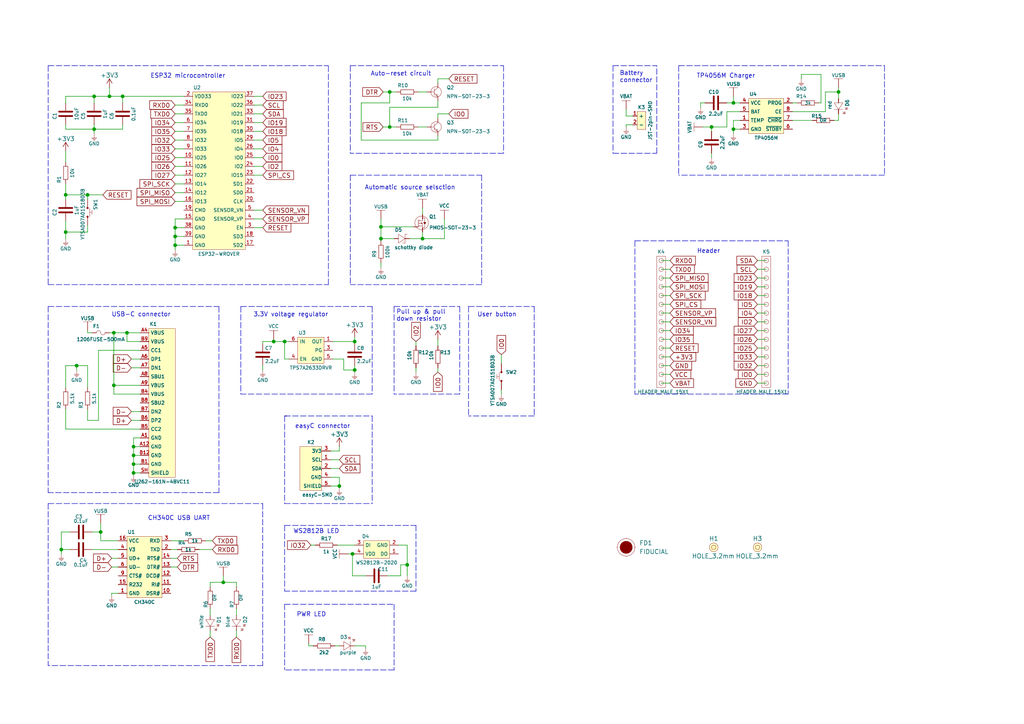
<source format=kicad_sch>
(kicad_sch (version 20210621) (generator eeschema)
  (paper "A4")
  (lib_symbols
    (symbol "e-radionica.com schematics:0402LED" (pin_numbers hide) (pin_names (offset 0.254) hide)
      (property "Reference" "D" (at -0.635 2.54 0))
      (property "Value" "0402LED" (at 0 -2.54 0))
      (symbol "0402LED_1_1"
        (pin passive line (at -1.905 0 0) (length 1.27) (name "A") (number "1"))
        (pin passive line (at 2.54 0 180) (length 1.27) (name "K") (number "2"))
      )
    )
    (symbol "e-radionica.com schematics:0402LED_1" (pin_numbers hide) (pin_names (offset 0.254) hide)
      (property "Reference" "D" (at -0.635 2.54 0))
      (property "Value" "0402LED" (at 0 -2.54 0))
      (symbol "0402LED_1_1_1"
        (pin passive line (at -1.905 0 0) (length 1.27) (name "A") (number "1"))
        (pin passive line (at 2.54 0 180) (length 1.27) (name "K") (number "2"))
      )
    )
    (symbol "e-radionica.com schematics:0402LED_3" (pin_numbers hide) (pin_names (offset 0.254) hide)
      (property "Reference" "D" (at -0.635 2.54 0))
      (property "Value" "0402LED" (at 0 -2.54 0))
      (symbol "0402LED_3_1_1"
        (pin passive line (at -1.905 0 0) (length 1.27) (name "A") (number "1"))
        (pin passive line (at 2.54 0 180) (length 1.27) (name "K") (number "2"))
      )
    )
    (symbol "e-radionica.com schematics:0402R" (pin_numbers hide) (pin_names (offset 0.254))
      (property "Reference" "R" (at -1.905 1.27 0))
      (property "Value" "0402R" (at 0 -1.27 0))
      (symbol "0402R_1_1"
        (pin passive line (at -3.175 0 0) (length 1.27) (name "~") (number "1"))
        (pin passive line (at 3.175 0 180) (length 1.27) (name "~") (number "2"))
      )
    )
    (symbol "e-radionica.com schematics:0402R_1" (pin_numbers hide) (pin_names (offset 0.254))
      (property "Reference" "R" (at -1.905 1.27 0))
      (property "Value" "0402R" (at 0 -1.27 0))
      (symbol "0402R_1_1_1"
        (pin passive line (at -3.175 0 0) (length 1.27) (name "~") (number "1"))
        (pin passive line (at 3.175 0 180) (length 1.27) (name "~") (number "2"))
      )
    )
    (symbol "e-radionica.com schematics:0402R_2" (pin_numbers hide) (pin_names (offset 0.254))
      (property "Reference" "R" (at -1.905 1.27 0))
      (property "Value" "0402R" (at 0 -1.27 0))
      (symbol "0402R_2_1_1"
        (pin passive line (at -3.175 0 0) (length 1.27) (name "~") (number "1"))
        (pin passive line (at 3.175 0 180) (length 1.27) (name "~") (number "2"))
      )
    )
    (symbol "e-radionica.com schematics:0603C" (pin_numbers hide) (pin_names (offset 0.002))
      (property "Reference" "C" (at -0.635 3.175 0))
      (property "Value" "0603C" (at 0 -3.175 0))
      (symbol "0603C_1_1"
        (pin passive line (at -3.175 0 0) (length 2.54) (name "~") (number "1"))
        (pin passive line (at 3.175 0 180) (length 2.54) (name "~") (number "2"))
      )
    )
    (symbol "e-radionica.com schematics:0603C_1" (pin_numbers hide) (pin_names (offset 0.002))
      (property "Reference" "C" (at -0.635 3.175 0))
      (property "Value" "0603C" (at 0 -3.175 0))
      (symbol "0603C_1_1_1"
        (pin passive line (at -3.175 0 0) (length 2.54) (name "~") (number "1"))
        (pin passive line (at 3.175 0 180) (length 2.54) (name "~") (number "2"))
      )
    )
    (symbol "e-radionica.com schematics:0603C_2" (pin_numbers hide) (pin_names (offset 0.002))
      (property "Reference" "C" (at -0.635 3.175 0))
      (property "Value" "0603C" (at 0 -3.175 0))
      (symbol "0603C_2_1_1"
        (pin passive line (at -3.175 0 0) (length 2.54) (name "~") (number "1"))
        (pin passive line (at 3.175 0 180) (length 2.54) (name "~") (number "2"))
      )
    )
    (symbol "e-radionica.com schematics:0603C_3" (pin_numbers hide) (pin_names (offset 0.002))
      (property "Reference" "C" (at -0.635 3.175 0))
      (property "Value" "0603C" (at 0 -3.175 0))
      (symbol "0603C_3_1_1"
        (pin passive line (at -3.175 0 0) (length 2.54) (name "~") (number "1"))
        (pin passive line (at 3.175 0 180) (length 2.54) (name "~") (number "2"))
      )
    )
    (symbol "e-radionica.com schematics:0603C_4" (pin_numbers hide) (pin_names (offset 0.002))
      (property "Reference" "C" (at -0.635 3.175 0))
      (property "Value" "0603C" (at 0 -3.175 0))
      (symbol "0603C_4_1_1"
        (pin passive line (at -3.175 0 0) (length 2.54) (name "~") (number "1"))
        (pin passive line (at 3.175 0 180) (length 2.54) (name "~") (number "2"))
      )
    )
    (symbol "e-radionica.com schematics:0603C_5" (pin_numbers hide) (pin_names (offset 0.002))
      (property "Reference" "C" (at -0.635 3.175 0))
      (property "Value" "0603C" (at 0 -3.175 0))
      (symbol "0603C_5_1_1"
        (pin passive line (at -3.175 0 0) (length 2.54) (name "~") (number "1"))
        (pin passive line (at 3.175 0 180) (length 2.54) (name "~") (number "2"))
      )
    )
    (symbol "e-radionica.com schematics:0603R" (pin_numbers hide) (pin_names (offset 0.254))
      (property "Reference" "R" (at -1.905 1.905 0))
      (property "Value" "0603R" (at 0 -1.905 0))
      (symbol "0603R_1_1"
        (pin passive line (at -3.175 0 0) (length 1.27) (name "~") (number "1"))
        (pin passive line (at 3.175 0 180) (length 1.27) (name "~") (number "2"))
      )
    )
    (symbol "e-radionica.com schematics:0603R_1" (pin_numbers hide) (pin_names (offset 0.254))
      (property "Reference" "R" (at -1.905 1.905 0))
      (property "Value" "0603R" (at 0 -1.905 0))
      (symbol "0603R_1_1_1"
        (pin passive line (at -3.175 0 0) (length 1.27) (name "~") (number "1"))
        (pin passive line (at 3.175 0 180) (length 1.27) (name "~") (number "2"))
      )
    )
    (symbol "e-radionica.com schematics:0603R_2" (pin_numbers hide) (pin_names (offset 0.254))
      (property "Reference" "R" (at -1.905 1.905 0))
      (property "Value" "0603R" (at 0 -1.905 0))
      (symbol "0603R_2_1_1"
        (pin passive line (at -3.175 0 0) (length 1.27) (name "~") (number "1"))
        (pin passive line (at 3.175 0 180) (length 1.27) (name "~") (number "2"))
      )
    )
    (symbol "e-radionica.com schematics:0603R_3" (pin_numbers hide) (pin_names (offset 0.254))
      (property "Reference" "R" (at -1.905 1.905 0))
      (property "Value" "0603R" (at 0 -1.905 0))
      (symbol "0603R_3_1_1"
        (pin passive line (at -3.175 0 0) (length 1.27) (name "~") (number "1"))
        (pin passive line (at 3.175 0 180) (length 1.27) (name "~") (number "2"))
      )
    )
    (symbol "e-radionica.com schematics:0603R_4" (pin_numbers hide) (pin_names (offset 0.254))
      (property "Reference" "R" (at -1.905 1.905 0))
      (property "Value" "0603R" (at 0 -1.905 0))
      (symbol "0603R_4_1_1"
        (pin passive line (at -3.175 0 0) (length 1.27) (name "~") (number "1"))
        (pin passive line (at 3.175 0 180) (length 1.27) (name "~") (number "2"))
      )
    )
    (symbol "e-radionica.com schematics:0603R_5" (pin_numbers hide) (pin_names (offset 0.254))
      (property "Reference" "R" (at -1.905 1.905 0))
      (property "Value" "0603R" (at 0 -1.905 0))
      (symbol "0603R_5_1_1"
        (pin passive line (at -3.175 0 0) (length 1.27) (name "~") (number "1"))
        (pin passive line (at 3.175 0 180) (length 1.27) (name "~") (number "2"))
      )
    )
    (symbol "e-radionica.com schematics:1206C" (pin_numbers hide)
      (property "Reference" "C" (at -0.635 3.175 0))
      (property "Value" "1206C" (at 0 -3.175 0))
      (symbol "1206C_1_1"
        (pin passive line (at -3.175 0 0) (length 2.54) (name "~") (number "1"))
        (pin passive line (at 3.175 0 180) (length 2.54) (name "~") (number "2"))
      )
    )
    (symbol "e-radionica.com schematics:1206FUSE" (pin_numbers hide) (pin_names hide)
      (property "Reference" "F" (at -1.27 1.905 0))
      (property "Value" "1206FUSE" (at 0 -1.905 0))
      (symbol "1206FUSE_1_1"
        (pin passive line (at -2.54 0 0) (length 1.27) (name "~") (number "1"))
        (pin passive line (at 2.54 0 180) (length 1.27) (name "~") (number "2"))
      )
    )
    (symbol "e-radionica.com schematics:BAT20J" (pin_numbers hide) (pin_names hide)
      (property "Reference" "D" (at 0 2.54 0))
      (property "Value" "BAT20J" (at 0 -2.54 0))
      (symbol "BAT20J_1_1"
        (pin passive line (at -1.905 0 0) (length 1.27) (name "A") (number "1"))
        (pin passive line (at 2.54 0 180) (length 1.27) (name "K") (number "2"))
      )
    )
    (symbol "e-radionica.com schematics:CH340C"
      (property "Reference" "U" (at -3.81 10.16 0))
      (property "Value" "CH340C" (at 0 -10.16 0))
      (symbol "CH340C_1_1"
        (pin passive line (at -7.62 -7.62 0) (length 2.54) (name "GND") (number "1"))
        (pin passive line (at 7.62 -7.62 180) (length 2.54) (name "DSR#") (number "10"))
        (pin passive line (at 7.62 -5.08 180) (length 2.54) (name "RI#") (number "11"))
        (pin passive line (at 7.62 -2.54 180) (length 2.54) (name "DCD#") (number "12"))
        (pin passive line (at 7.62 0 180) (length 2.54) (name "DTR#") (number "13"))
        (pin passive line (at 7.62 2.54 180) (length 2.54) (name "RTS#") (number "14"))
        (pin passive line (at -7.62 -5.08 0) (length 2.54) (name "R232") (number "15"))
        (pin passive line (at -7.62 7.62 0) (length 2.54) (name "VCC") (number "16"))
        (pin passive line (at 7.62 5.08 180) (length 2.54) (name "TXD") (number "2"))
        (pin passive line (at 7.62 7.62 180) (length 2.54) (name "RXD") (number "3"))
        (pin passive line (at -7.62 5.08 0) (length 2.54) (name "V3") (number "4"))
        (pin passive line (at -7.62 2.54 0) (length 2.54) (name "UD+") (number "5"))
        (pin passive line (at -7.62 0 0) (length 2.54) (name "UD-") (number "6"))
        (pin passive line (at -7.62 -2.54 0) (length 2.54) (name "CTS#") (number "9"))
      )
    )
    (symbol "e-radionica.com schematics:ESP32-WROVER"
      (property "Reference" "U" (at -6.35 25.4 0))
      (property "Value" "ESP32-WROVER" (at 0 -22.86 0))
      (symbol "ESP32-WROVER_1_1"
        (pin power_in line (at -10.16 -20.32 0) (length 2.54) (name "GND") (number "1"))
        (pin bidirectional line (at -10.16 5.08 0) (length 2.54) (name "IO25") (number "10"))
        (pin bidirectional line (at -10.16 2.54 0) (length 2.54) (name "IO26") (number "11"))
        (pin bidirectional line (at -10.16 0 0) (length 2.54) (name "IO27") (number "12"))
        (pin bidirectional line (at -10.16 -2.54 0) (length 2.54) (name "IO14") (number "13"))
        (pin bidirectional line (at -10.16 -5.08 0) (length 2.54) (name "IO12") (number "14"))
        (pin power_in line (at -10.16 -12.7 0) (length 2.54) (name "GND") (number "15"))
        (pin bidirectional line (at -10.16 -7.62 0) (length 2.54) (name "IO13") (number "16"))
        (pin bidirectional line (at 10.16 -20.32 180) (length 2.54) (name "SD2") (number "17"))
        (pin bidirectional line (at 10.16 -17.78 180) (length 2.54) (name "SD3") (number "18"))
        (pin bidirectional line (at -10.16 -10.16 0) (length 2.54) (name "CMD") (number "19"))
        (pin power_in line (at -10.16 22.86 0) (length 2.54) (name "VDD33") (number "2"))
        (pin bidirectional line (at 10.16 -7.62 180) (length 2.54) (name "CLK") (number "20"))
        (pin bidirectional line (at 10.16 -5.08 180) (length 2.54) (name "SD0") (number "21"))
        (pin bidirectional line (at 10.16 -2.54 180) (length 2.54) (name "SD1") (number "22"))
        (pin bidirectional line (at 10.16 0 180) (length 2.54) (name "IO15") (number "23"))
        (pin bidirectional line (at 10.16 2.54 180) (length 2.54) (name "IO2") (number "24"))
        (pin bidirectional line (at 10.16 5.08 180) (length 2.54) (name "IO0") (number "25"))
        (pin bidirectional line (at 10.16 7.62 180) (length 2.54) (name "IO4") (number "26"))
        (pin bidirectional line (at 10.16 10.16 180) (length 2.54) (name "IO5") (number "29"))
        (pin bidirectional line (at 10.16 -15.24 180) (length 2.54) (name "EN") (number "3"))
        (pin bidirectional line (at 10.16 12.7 180) (length 2.54) (name "IO18") (number "30"))
        (pin bidirectional line (at 10.16 15.24 180) (length 2.54) (name "IO19") (number "31"))
        (pin bidirectional line (at 10.16 17.78 180) (length 2.54) (name "IO21") (number "33"))
        (pin bidirectional line (at -10.16 20.32 0) (length 2.54) (name "RXD0") (number "34"))
        (pin bidirectional line (at -10.16 17.78 0) (length 2.54) (name "TXD0") (number "35"))
        (pin bidirectional line (at 10.16 20.32 180) (length 2.54) (name "IO22") (number "36"))
        (pin bidirectional line (at 10.16 22.86 180) (length 2.54) (name "IO23") (number "37"))
        (pin power_in line (at -10.16 -15.24 0) (length 2.54) (name "GND") (number "38"))
        (pin power_in line (at -10.16 -17.78 0) (length 2.54) (name "GND") (number "39"))
        (pin bidirectional line (at 10.16 -12.7 180) (length 2.54) (name "SENSOR_VP") (number "4"))
        (pin bidirectional line (at 10.16 -10.16 180) (length 2.54) (name "SENSOR_VN") (number "5"))
        (pin bidirectional line (at -10.16 15.24 0) (length 2.54) (name "IO34") (number "6"))
        (pin bidirectional line (at -10.16 12.7 0) (length 2.54) (name "IO35") (number "7"))
        (pin bidirectional line (at -10.16 10.16 0) (length 2.54) (name "IO32") (number "8"))
        (pin bidirectional line (at -10.16 7.62 0) (length 2.54) (name "IO33") (number "9"))
      )
    )
    (symbol "e-radionica.com schematics:FIDUCIAL" (in_bom no)
      (property "Reference" "FD" (at 0 3.81 0))
      (property "Value" "FIDUCIAL" (at 0 -3.81 0))
    )
    (symbol "e-radionica.com schematics:GND" (power) (pin_names (offset 0))
      (property "Value" "GND" (at 0 -2.921 0))
      (symbol "GND_1_1"
        (pin power_in line (at 0 0 270) (length 0) hide (name "GND") (number "1"))
      )
    )
    (symbol "e-radionica.com schematics:GND_1" (power) (pin_names (offset 0))
      (property "Value" "GND" (at 0 -2.921 0))
      (symbol "GND_1_1_1"
        (pin power_in line (at 0 0 270) (length 0) hide (name "GND") (number "1"))
      )
    )
    (symbol "e-radionica.com schematics:GND_2" (power) (pin_names (offset 0))
      (property "Value" "GND" (at 0 -2.921 0))
      (symbol "GND_2_1_1"
        (pin power_in line (at 0 0 270) (length 0) hide (name "GND") (number "1"))
      )
    )
    (symbol "e-radionica.com schematics:GND_3" (power) (pin_names (offset 0))
      (property "Value" "GND" (at 0 -2.921 0))
      (symbol "GND_3_1_1"
        (pin power_in line (at 0 0 270) (length 0) hide (name "GND") (number "1"))
      )
    )
    (symbol "e-radionica.com schematics:GND_4" (power) (pin_names (offset 0))
      (property "Value" "GND" (at 0 -2.921 0))
      (symbol "GND_4_1_1"
        (pin power_in line (at 0 0 270) (length 0) hide (name "GND") (number "1"))
      )
    )
    (symbol "e-radionica.com schematics:GND_5" (power) (pin_names (offset 0))
      (property "Value" "GND" (at 0 -2.921 0))
      (symbol "GND_5_1_1"
        (pin power_in line (at 0 0 270) (length 0) hide (name "GND") (number "1"))
      )
    )
    (symbol "e-radionica.com schematics:GND_6" (power) (pin_names (offset 0))
      (property "Value" "GND" (at 0 -2.921 0))
      (symbol "GND_6_1_1"
        (pin power_in line (at 0 0 270) (length 0) hide (name "GND") (number "1"))
      )
    )
    (symbol "e-radionica.com schematics:GND_7" (power) (pin_names (offset 0))
      (property "Value" "GND" (at 0 -2.921 0))
      (symbol "GND_7_1_1"
        (pin power_in line (at 0 0 270) (length 0) hide (name "GND") (number "1"))
      )
    )
    (symbol "e-radionica.com schematics:GND_8" (power) (pin_names (offset 0))
      (property "Value" "GND" (at 0 -2.921 0))
      (symbol "GND_8_1_1"
        (pin power_in line (at 0 0 270) (length 0) hide (name "GND") (number "1"))
      )
    )
    (symbol "e-radionica.com schematics:HEADER_MALE_15X1" (pin_numbers hide) (pin_names hide)
      (property "Reference" "K" (at -0.635 20.32 0))
      (property "Value" "HEADER_MALE_15X1" (at 1.27 -20.32 0))
      (symbol "HEADER_MALE_15X1_1_1"
        (pin passive line (at 0 -17.78 180) (length 0) (name "~") (number "1"))
        (pin passive line (at 0 5.08 180) (length 0) (name "~") (number "10"))
        (pin passive line (at 0 7.62 180) (length 0) (name "~") (number "11"))
        (pin passive line (at 0 10.16 180) (length 0) (name "~") (number "12"))
        (pin passive line (at 0 12.7 180) (length 0) (name "~") (number "13"))
        (pin passive line (at 0 15.24 180) (length 0) (name "~") (number "14"))
        (pin passive line (at 0 17.78 180) (length 0) (name "~") (number "15"))
        (pin passive line (at 0 -15.24 180) (length 0) (name "~") (number "2"))
        (pin passive line (at 0 -12.7 180) (length 0) (name "~") (number "3"))
        (pin passive line (at 0 -10.16 180) (length 0) (name "~") (number "4"))
        (pin passive line (at 0 -7.62 180) (length 0) (name "~") (number "5"))
        (pin passive line (at 0 -5.08 180) (length 0) (name "~") (number "6"))
        (pin passive line (at 0 -2.54 180) (length 0) (name "~") (number "7"))
        (pin passive line (at 0 0 180) (length 0) (name "~") (number "8"))
        (pin passive line (at 0 2.54 180) (length 0) (name "~") (number "9"))
      )
    )
    (symbol "e-radionica.com schematics:HOLE_3.2mm" (pin_numbers hide) (pin_names hide)
      (property "Reference" "H" (at 0 2.54 0))
      (property "Value" "HOLE_3.2mm" (at 0 -2.54 0))
    )
    (symbol "e-radionica.com schematics:JST-2pin-SMD"
      (property "Reference" "K" (at -1.27 5.08 0))
      (property "Value" "JST-2pin-SMD" (at 0 -2.54 0))
      (symbol "JST-2pin-SMD_1_1"
        (pin passive line (at 1.27 0 180) (length 1.27) (name "+") (number "1"))
        (pin passive line (at 1.27 2.54 180) (length 1.27) (name "-") (number "2"))
      )
    )
    (symbol "e-radionica.com schematics:NPN-SOT-23-3" (pin_numbers hide) (pin_names hide)
      (property "Reference" "Q" (at -2.286 2.921 0))
      (property "Value" "NPN-SOT-23-3" (at 0 -3.81 0))
      (symbol "NPN-SOT-23-3_1_1"
        (pin passive line (at -3.175 0 0) (length 1.27) (name "B") (number "1"))
        (pin passive line (at 0 -2.54 90) (length 1.27) (name "E") (number "2"))
        (pin passive line (at 0 2.54 270) (length 1.27) (name "C") (number "3"))
      )
    )
    (symbol "e-radionica.com schematics:PMOS-SOT-23-3" (pin_numbers hide) (pin_names hide)
      (property "Reference" "Q" (at -0.762 3.302 0))
      (property "Value" "PMOS-SOT-23-3" (at 0.381 -4.064 0))
      (symbol "PMOS-SOT-23-3_1_1"
        (pin passive line (at -1.27 -1.016 0) (length 1.27) (name "G") (number "1"))
        (pin passive line (at 1.27 -2.54 90) (length 1.27) (name "S") (number "2"))
        (pin passive line (at 1.27 2.54 270) (length 1.27) (name "D") (number "3"))
      )
    )
    (symbol "e-radionica.com schematics:TP4056M"
      (property "Reference" "U" (at -3.81 5.08 0))
      (property "Value" "TP4056M" (at 0 -7.62 0))
      (symbol "TP4056M_1_1"
        (pin passive line (at -7.62 -2.54 0) (length 2.54) (name "TEMP") (number "1"))
        (pin passive line (at 7.62 2.54 180) (length 2.54) (name "PROG") (number "2"))
        (pin passive line (at -7.62 -5.08 0) (length 2.54) (name "GND") (number "3"))
        (pin passive line (at -7.62 2.54 0) (length 2.54) (name "VCC") (number "4"))
        (pin passive line (at -7.62 0 0) (length 2.54) (name "BAT") (number "5"))
        (pin passive line (at 7.62 -5.08 180) (length 2.54) (name "~{STDBY}") (number "6"))
        (pin passive line (at 7.62 -2.54 180) (length 2.54) (name "~{CHRG}") (number "7"))
        (pin passive line (at 7.62 0 180) (length 2.54) (name "CE") (number "8"))
      )
    )
    (symbol "e-radionica.com schematics:TPS7A2633DRVR"
      (property "Reference" "U" (at -3.175 5.08 0))
      (property "Value" "TPS7A2633DRVR" (at 0 -5.08 0))
      (symbol "TPS7A2633DRVR_1_1"
        (pin passive line (at 6.35 2.54 180) (length 2.54) (name "OUT") (number "1"))
        (pin passive line (at 6.35 0 180) (length 2.54) (name "PG") (number "3"))
        (pin passive line (at -6.35 -2.54 0) (length 2.54) (name "EN") (number "4"))
        (pin passive line (at 6.35 -2.54 180) (length 2.54) (name "GND") (number "5"))
        (pin passive line (at -6.35 2.54 0) (length 2.54) (name "IN") (number "6"))
      )
    )
    (symbol "e-radionica.com schematics:U262-161N-4BVC11"
      (property "Reference" "K" (at 0 22.86 0))
      (property "Value" "U262-161N-4BVC11" (at 2.54 -22.86 0))
      (symbol "U262-161N-4BVC11_1_1"
        (pin passive line (at -3.81 -10.16 0) (length 2.54) (name "GND") (number "A1"))
        (pin passive line (at -3.81 -12.7 0) (length 2.54) (name "GND") (number "A12"))
        (pin passive line (at -3.81 20.32 0) (length 2.54) (name "VBUS") (number "A4"))
        (pin passive line (at -3.81 15.24 0) (length 2.54) (name "CC1") (number "A5"))
        (pin passive line (at -3.81 12.7 0) (length 2.54) (name "DP1") (number "A6"))
        (pin passive line (at -3.81 10.16 0) (length 2.54) (name "DN1") (number "A7"))
        (pin passive line (at -3.81 7.62 0) (length 2.54) (name "SBU1") (number "A8"))
        (pin passive line (at -3.81 5.08 0) (length 2.54) (name "VBUS") (number "A9"))
        (pin passive line (at -3.81 -17.78 0) (length 2.54) (name "GND") (number "B1"))
        (pin passive line (at -3.81 -15.24 0) (length 2.54) (name "GND") (number "B12"))
        (pin passive line (at -3.81 2.54 0) (length 2.54) (name "VBUS") (number "B4"))
        (pin passive line (at -3.81 -7.62 0) (length 2.54) (name "CC2") (number "B5"))
        (pin passive line (at -3.81 -5.08 0) (length 2.54) (name "DP2") (number "B6"))
        (pin passive line (at -3.81 -2.54 0) (length 2.54) (name "DN2") (number "B7"))
        (pin passive line (at -3.81 0 0) (length 2.54) (name "SBU2") (number "B8"))
        (pin passive line (at -3.81 17.78 0) (length 2.54) (name "VBUS") (number "B9"))
        (pin passive line (at -3.81 -20.32 0) (length 2.54) (name "SHIELD") (number "SH"))
      )
    )
    (symbol "e-radionica.com schematics:VBAT" (power) (pin_names (offset 0))
      (property "Value" "VBAT" (at 0 3.556 0))
      (symbol "VBAT_1_1"
        (pin power_in line (at 0 0 90) (length 0) hide (name "VBAT") (number "1"))
      )
    )
    (symbol "e-radionica.com schematics:VCC" (power) (pin_names (offset 0))
      (property "Value" "VCC" (at 0 3.556 0))
      (symbol "VCC_1_1"
        (pin power_in line (at 0 0 90) (length 0) hide (name "VCC") (number "1"))
      )
    )
    (symbol "e-radionica.com schematics:VUSB" (power) (pin_names (offset 0))
      (property "Value" "VUSB" (at 0 3.556 0))
      (symbol "VUSB_1_1"
        (pin power_in line (at 0 0 90) (length 0) hide (name "VUSB") (number "1"))
      )
    )
    (symbol "e-radionica.com schematics:VUSB_1" (power) (pin_names (offset 0))
      (property "Value" "VUSB" (at 0 3.556 0))
      (symbol "VUSB_1_1_1"
        (pin power_in line (at 0 0 90) (length 0) hide (name "VUSB") (number "1"))
      )
    )
    (symbol "e-radionica.com schematics:VUSB_2" (power) (pin_names (offset 0))
      (property "Value" "VUSB" (at 0 3.556 0))
      (symbol "VUSB_2_1_1"
        (pin power_in line (at 0 0 90) (length 0) hide (name "VUSB") (number "1"))
      )
    )
    (symbol "e-radionica.com schematics:VUSB_3" (power) (pin_names (offset 0))
      (property "Value" "VUSB" (at 0 3.556 0))
      (symbol "VUSB_3_1_1"
        (pin power_in line (at 0 0 90) (length 0) hide (name "VUSB") (number "1"))
      )
    )
    (symbol "e-radionica.com schematics:VUSB_4" (power) (pin_names (offset 0))
      (property "Value" "VUSB" (at 0 3.556 0))
      (symbol "VUSB_4_1_1"
        (pin power_in line (at 0 0 90) (length 0) hide (name "VUSB") (number "1"))
      )
    )
    (symbol "e-radionica.com schematics:WS2812B-2020"
      (property "Reference" "D" (at -2.54 3.81 0))
      (property "Value" "WS2812B-2020" (at 0 -3.81 0))
      (symbol "WS2812B-2020_1_1"
        (pin passive line (at 6.35 -1.27 180) (length 2.54) (name "DO") (number "1"))
        (pin passive line (at 6.35 1.27 180) (length 2.54) (name "GND") (number "2"))
        (pin passive line (at -6.35 1.27 0) (length 2.54) (name "DI") (number "3"))
        (pin passive line (at -6.35 -1.27 0) (length 2.54) (name "VDD") (number "4"))
      )
    )
    (symbol "e-radionica.com schematics:YTSA007A0151803B" (pin_numbers hide) (pin_names hide)
      (property "Reference" "SW" (at -1.016 2.286 0))
      (property "Value" "YTSA007A0151803B" (at 1.778 -2.032 0))
      (symbol "YTSA007A0151803B_1_1"
        (pin passive line (at -2.54 0 0) (length 2.54) (name "~") (number "1"))
        (pin passive line (at 5.08 0 180) (length 2.54) (name "~") (number "2"))
      )
    )
    (symbol "e-radionica.com schematics:easyC-SMD" (pin_names (offset 0.002))
      (property "Reference" "K" (at -2.54 10.16 0))
      (property "Value" "easyC-SMD" (at 0 -5.08 0))
      (symbol "easyC-SMD_1_1"
        (pin passive line (at 5.715 5.08 180) (length 2.54) (name "SCL") (number "1"))
        (pin passive line (at 5.715 2.54 180) (length 2.54) (name "SDA") (number "2"))
        (pin passive line (at 5.715 7.62 180) (length 2.54) (name "3V3") (number "3"))
        (pin passive line (at 5.715 0 180) (length 2.54) (name "GND") (number "4"))
        (pin passive line (at 5.715 -2.54 180) (length 2.54) (name "SHIELD") (number "5"))
      )
    )
    (symbol "power:+3V3" (power) (pin_names (offset 0))
      (property "Value" "+3V3" (at 0 3.556 0))
      (symbol "+3V3_1_1"
        (pin power_in line (at 0 0 90) (length 0) hide (name "+3V3") (number "1"))
      )
    )
  )
  (junction (at 17.78 159.385) (diameter 0.9144))
  (junction (at 19.05 56.515) (diameter 0.9144))
  (junction (at 19.05 67.31) (diameter 0.9144))
  (junction (at 22.225 106.045) (diameter 0.9144))
  (junction (at 25.4 56.515) (diameter 0.9144))
  (junction (at 27.305 27.94) (diameter 0.9144))
  (junction (at 27.305 37.465) (diameter 0.9144))
  (junction (at 29.21 154.305) (diameter 0.9144))
  (junction (at 31.75 27.94) (diameter 0.9144))
  (junction (at 33.02 96.52) (diameter 0.9144))
  (junction (at 33.02 111.76) (diameter 0.9144))
  (junction (at 35.56 27.94) (diameter 0.9144))
  (junction (at 36.83 96.52) (diameter 0.9144))
  (junction (at 38.735 129.54) (diameter 0.9144))
  (junction (at 38.735 132.08) (diameter 0.9144))
  (junction (at 38.735 134.62) (diameter 0.9144))
  (junction (at 38.735 137.16) (diameter 0.9144))
  (junction (at 50.8 66.04) (diameter 0.9144))
  (junction (at 50.8 68.58) (diameter 0.9144))
  (junction (at 50.8 71.12) (diameter 0.9144))
  (junction (at 64.77 168.91) (diameter 0.9144))
  (junction (at 79.375 99.06) (diameter 0.9144))
  (junction (at 82.55 99.06) (diameter 0.9144))
  (junction (at 98.425 140.97) (diameter 0.9144))
  (junction (at 102.235 160.655) (diameter 0.9144))
  (junction (at 102.87 99.06) (diameter 0.9144))
  (junction (at 102.87 107.315) (diameter 0.9144))
  (junction (at 110.49 65.786) (diameter 0.9144))
  (junction (at 110.49 69.215) (diameter 0.9144))
  (junction (at 113.03 26.67) (diameter 0.9144))
  (junction (at 113.03 36.83) (diameter 0.9144))
  (junction (at 118.11 163.83) (diameter 0.9144))
  (junction (at 122.555 69.215) (diameter 0.9144))
  (junction (at 206.375 36.83) (diameter 0.9144))
  (junction (at 212.725 29.845) (diameter 0.9144))
  (junction (at 212.725 37.465) (diameter 0.9144))
  (junction (at 243.205 26.67) (diameter 0.9144))
  (wire (pts (xy 17.78 154.305) (xy 17.78 159.385)))
  (wire (pts (xy 17.78 159.385) (xy 17.78 160.655)))
  (wire (pts (xy 19.05 27.94) (xy 27.305 27.94)))
  (wire (pts (xy 19.05 29.845) (xy 19.05 27.94)))
  (wire (pts (xy 19.05 36.195) (xy 19.05 37.465)))
  (wire (pts (xy 19.05 37.465) (xy 27.305 37.465)))
  (wire (pts (xy 19.05 43.815) (xy 19.05 46.99)))
  (wire (pts (xy 19.05 53.34) (xy 19.05 56.515)))
  (wire (pts (xy 19.05 56.515) (xy 19.05 57.785)))
  (wire (pts (xy 19.05 56.515) (xy 25.4 56.515)))
  (wire (pts (xy 19.05 64.135) (xy 19.05 67.31)))
  (wire (pts (xy 19.05 67.31) (xy 19.05 69.215)))
  (wire (pts (xy 19.05 67.31) (xy 25.4 67.31)))
  (wire (pts (xy 19.05 106.045) (xy 19.05 112.395)))
  (wire (pts (xy 19.05 106.045) (xy 22.225 106.045)))
  (wire (pts (xy 19.05 118.745) (xy 19.05 124.46)))
  (wire (pts (xy 20.32 154.305) (xy 17.78 154.305)))
  (wire (pts (xy 20.32 159.385) (xy 17.78 159.385)))
  (wire (pts (xy 22.225 106.045) (xy 22.225 107.315)))
  (wire (pts (xy 22.225 106.045) (xy 25.4 106.045)))
  (wire (pts (xy 25.4 56.515) (xy 25.4 57.785)))
  (wire (pts (xy 25.4 56.515) (xy 29.845 56.515)))
  (wire (pts (xy 25.4 65.405) (xy 25.4 67.31)))
  (wire (pts (xy 25.4 96.52) (xy 25.4 95.885)))
  (wire (pts (xy 25.4 106.045) (xy 25.4 112.395)))
  (wire (pts (xy 25.4 118.745) (xy 25.4 121.92)))
  (wire (pts (xy 25.4 121.92) (xy 28.575 121.92)))
  (wire (pts (xy 26.67 96.52) (xy 25.4 96.52)))
  (wire (pts (xy 26.67 154.305) (xy 29.21 154.305)))
  (wire (pts (xy 26.67 159.385) (xy 34.29 159.385)))
  (wire (pts (xy 27.305 27.94) (xy 27.305 29.845)))
  (wire (pts (xy 27.305 27.94) (xy 31.75 27.94)))
  (wire (pts (xy 27.305 36.195) (xy 27.305 37.465)))
  (wire (pts (xy 27.305 37.465) (xy 27.305 38.735)))
  (wire (pts (xy 27.305 37.465) (xy 35.56 37.465)))
  (wire (pts (xy 28.575 101.6) (xy 40.64 101.6)))
  (wire (pts (xy 28.575 121.92) (xy 28.575 101.6)))
  (wire (pts (xy 29.21 154.305) (xy 29.21 151.765)))
  (wire (pts (xy 29.21 156.845) (xy 29.21 154.305)))
  (wire (pts (xy 31.75 25.4) (xy 31.75 27.94)))
  (wire (pts (xy 31.75 27.94) (xy 35.56 27.94)))
  (wire (pts (xy 31.75 96.52) (xy 33.02 96.52)))
  (wire (pts (xy 32.385 161.925) (xy 34.29 161.925)))
  (wire (pts (xy 32.385 164.465) (xy 34.29 164.465)))
  (wire (pts (xy 32.385 172.085) (xy 32.385 172.72)))
  (wire (pts (xy 33.02 96.52) (xy 36.83 96.52)))
  (wire (pts (xy 33.02 111.76) (xy 33.02 96.52)))
  (wire (pts (xy 33.02 111.76) (xy 33.02 114.3)))
  (wire (pts (xy 33.02 111.76) (xy 40.64 111.76)))
  (wire (pts (xy 34.29 156.845) (xy 29.21 156.845)))
  (wire (pts (xy 34.29 172.085) (xy 32.385 172.085)))
  (wire (pts (xy 35.56 27.94) (xy 35.56 29.845)))
  (wire (pts (xy 35.56 27.94) (xy 53.34 27.94)))
  (wire (pts (xy 35.56 36.195) (xy 35.56 37.465)))
  (wire (pts (xy 36.83 96.52) (xy 40.64 96.52)))
  (wire (pts (xy 36.83 99.06) (xy 36.83 96.52)))
  (wire (pts (xy 38.1 104.14) (xy 40.64 104.14)))
  (wire (pts (xy 38.1 106.68) (xy 40.64 106.68)))
  (wire (pts (xy 38.1 119.38) (xy 40.64 119.38)))
  (wire (pts (xy 38.1 121.92) (xy 40.64 121.92)))
  (wire (pts (xy 38.735 127) (xy 38.735 129.54)))
  (wire (pts (xy 38.735 129.54) (xy 38.735 132.08)))
  (wire (pts (xy 38.735 129.54) (xy 40.64 129.54)))
  (wire (pts (xy 38.735 132.08) (xy 38.735 134.62)))
  (wire (pts (xy 38.735 132.08) (xy 40.64 132.08)))
  (wire (pts (xy 38.735 134.62) (xy 38.735 137.16)))
  (wire (pts (xy 38.735 134.62) (xy 40.64 134.62)))
  (wire (pts (xy 38.735 137.16) (xy 38.735 137.795)))
  (wire (pts (xy 40.64 99.06) (xy 36.83 99.06)))
  (wire (pts (xy 40.64 114.3) (xy 33.02 114.3)))
  (wire (pts (xy 40.64 124.46) (xy 19.05 124.46)))
  (wire (pts (xy 40.64 127) (xy 38.735 127)))
  (wire (pts (xy 40.64 137.16) (xy 38.735 137.16)))
  (wire (pts (xy 49.53 156.845) (xy 53.34 156.845)))
  (wire (pts (xy 49.53 159.385) (xy 51.435 159.385)))
  (wire (pts (xy 49.53 161.925) (xy 51.435 161.925)))
  (wire (pts (xy 49.53 164.465) (xy 51.435 164.465)))
  (wire (pts (xy 50.8 30.48) (xy 53.34 30.48)))
  (wire (pts (xy 50.8 33.02) (xy 53.34 33.02)))
  (wire (pts (xy 50.8 35.56) (xy 53.34 35.56)))
  (wire (pts (xy 50.8 38.1) (xy 53.34 38.1)))
  (wire (pts (xy 50.8 40.64) (xy 53.34 40.64)))
  (wire (pts (xy 50.8 43.18) (xy 53.34 43.18)))
  (wire (pts (xy 50.8 45.72) (xy 53.34 45.72)))
  (wire (pts (xy 50.8 48.26) (xy 53.34 48.26)))
  (wire (pts (xy 50.8 50.8) (xy 53.34 50.8)))
  (wire (pts (xy 50.8 53.34) (xy 53.34 53.34)))
  (wire (pts (xy 50.8 55.88) (xy 53.34 55.88)))
  (wire (pts (xy 50.8 58.42) (xy 53.34 58.42)))
  (wire (pts (xy 50.8 63.5) (xy 53.34 63.5)))
  (wire (pts (xy 50.8 66.04) (xy 50.8 63.5)))
  (wire (pts (xy 50.8 66.04) (xy 53.34 66.04)))
  (wire (pts (xy 50.8 68.58) (xy 50.8 66.04)))
  (wire (pts (xy 50.8 68.58) (xy 53.34 68.58)))
  (wire (pts (xy 50.8 71.12) (xy 50.8 68.58)))
  (wire (pts (xy 50.8 71.12) (xy 53.34 71.12)))
  (wire (pts (xy 50.8 72.39) (xy 50.8 71.12)))
  (wire (pts (xy 57.785 159.385) (xy 61.595 159.385)))
  (wire (pts (xy 59.69 156.845) (xy 61.595 156.845)))
  (wire (pts (xy 60.96 168.91) (xy 64.77 168.91)))
  (wire (pts (xy 60.96 170.18) (xy 60.96 168.91)))
  (wire (pts (xy 60.96 176.53) (xy 60.96 178.435)))
  (wire (pts (xy 60.96 182.88) (xy 60.96 184.785)))
  (wire (pts (xy 64.77 167.005) (xy 64.77 168.91)))
  (wire (pts (xy 68.58 168.91) (xy 64.77 168.91)))
  (wire (pts (xy 68.58 170.18) (xy 68.58 168.91)))
  (wire (pts (xy 68.58 176.53) (xy 68.58 178.435)))
  (wire (pts (xy 68.58 182.88) (xy 68.58 184.785)))
  (wire (pts (xy 73.66 27.94) (xy 76.2 27.94)))
  (wire (pts (xy 73.66 30.48) (xy 76.2 30.48)))
  (wire (pts (xy 73.66 33.02) (xy 76.2 33.02)))
  (wire (pts (xy 73.66 35.56) (xy 76.2 35.56)))
  (wire (pts (xy 73.66 38.1) (xy 76.2 38.1)))
  (wire (pts (xy 73.66 40.64) (xy 76.2 40.64)))
  (wire (pts (xy 73.66 43.18) (xy 76.2 43.18)))
  (wire (pts (xy 73.66 45.72) (xy 76.2 45.72)))
  (wire (pts (xy 73.66 48.26) (xy 76.2 48.26)))
  (wire (pts (xy 73.66 50.8) (xy 76.2 50.8)))
  (wire (pts (xy 73.66 60.96) (xy 76.2 60.96)))
  (wire (pts (xy 73.66 63.5) (xy 76.2 63.5)))
  (wire (pts (xy 73.66 66.04) (xy 76.2 66.04)))
  (wire (pts (xy 76.2 99.06) (xy 79.375 99.06)))
  (wire (pts (xy 76.2 99.695) (xy 76.2 99.06)))
  (wire (pts (xy 76.2 106.045) (xy 76.2 107.315)))
  (wire (pts (xy 79.375 99.06) (xy 79.375 98.425)))
  (wire (pts (xy 82.55 99.06) (xy 79.375 99.06)))
  (wire (pts (xy 82.55 104.14) (xy 82.55 99.06)))
  (wire (pts (xy 83.82 99.06) (xy 82.55 99.06)))
  (wire (pts (xy 83.82 104.14) (xy 82.55 104.14)))
  (wire (pts (xy 89.535 187.325) (xy 89.535 186.69)))
  (wire (pts (xy 90.17 158.115) (xy 91.44 158.115)))
  (wire (pts (xy 90.805 187.325) (xy 89.535 187.325)))
  (wire (pts (xy 95.885 130.81) (xy 98.425 130.81)))
  (wire (pts (xy 95.885 133.35) (xy 98.425 133.35)))
  (wire (pts (xy 95.885 135.89) (xy 98.425 135.89)))
  (wire (pts (xy 95.885 138.43) (xy 98.425 138.43)))
  (wire (pts (xy 95.885 140.97) (xy 98.425 140.97)))
  (wire (pts (xy 96.52 99.06) (xy 102.87 99.06)))
  (wire (pts (xy 96.52 104.14) (xy 99.695 104.14)))
  (wire (pts (xy 97.155 187.325) (xy 98.425 187.325)))
  (wire (pts (xy 97.79 158.115) (xy 102.87 158.115)))
  (wire (pts (xy 98.425 130.81) (xy 98.425 129.54)))
  (wire (pts (xy 98.425 138.43) (xy 98.425 140.97)))
  (wire (pts (xy 98.425 140.97) (xy 98.425 141.605)))
  (wire (pts (xy 99.695 104.14) (xy 99.695 107.315)))
  (wire (pts (xy 99.695 107.315) (xy 102.87 107.315)))
  (wire (pts (xy 100.965 160.655) (xy 102.235 160.655)))
  (wire (pts (xy 102.235 160.655) (xy 102.87 160.655)))
  (wire (pts (xy 102.235 167.005) (xy 102.235 160.655)))
  (wire (pts (xy 102.87 97.79) (xy 102.87 99.06)))
  (wire (pts (xy 102.87 99.06) (xy 102.87 99.695)))
  (wire (pts (xy 102.87 106.045) (xy 102.87 107.315)))
  (wire (pts (xy 102.87 107.315) (xy 102.87 107.95)))
  (wire (pts (xy 102.87 187.325) (xy 106.045 187.325)))
  (wire (pts (xy 104.775 29.845) (xy 113.03 29.845)))
  (wire (pts (xy 104.775 40.64) (xy 104.775 29.845)))
  (wire (pts (xy 106.045 167.005) (xy 102.235 167.005)))
  (wire (pts (xy 106.045 187.325) (xy 106.045 187.96)))
  (wire (pts (xy 110.49 63.5) (xy 110.49 65.786)))
  (wire (pts (xy 110.49 65.786) (xy 110.49 69.215)))
  (wire (pts (xy 110.49 65.786) (xy 120.015 65.786)))
  (wire (pts (xy 110.49 69.215) (xy 110.49 69.85)))
  (wire (pts (xy 110.49 69.215) (xy 114.3 69.215)))
  (wire (pts (xy 110.49 76.2) (xy 110.49 77.47)))
  (wire (pts (xy 111.125 26.67) (xy 113.03 26.67)))
  (wire (pts (xy 111.125 36.83) (xy 113.03 36.83)))
  (wire (pts (xy 112.395 167.005) (xy 116.205 167.005)))
  (wire (pts (xy 113.03 26.67) (xy 114.935 26.67)))
  (wire (pts (xy 113.03 29.845) (xy 113.03 26.67)))
  (wire (pts (xy 113.03 31.115) (xy 113.03 36.83)))
  (wire (pts (xy 113.03 36.83) (xy 114.935 36.83)))
  (wire (pts (xy 115.57 158.115) (xy 118.11 158.115)))
  (wire (pts (xy 116.205 163.83) (xy 118.11 163.83)))
  (wire (pts (xy 116.205 167.005) (xy 116.205 163.83)))
  (wire (pts (xy 118.11 158.115) (xy 118.11 163.83)))
  (wire (pts (xy 118.11 163.83) (xy 118.11 167.005)))
  (wire (pts (xy 118.745 69.215) (xy 122.555 69.215)))
  (wire (pts (xy 120.65 99.06) (xy 120.65 100.33)))
  (wire (pts (xy 120.65 106.68) (xy 120.65 107.95)))
  (wire (pts (xy 121.285 26.67) (xy 123.825 26.67)))
  (wire (pts (xy 121.285 36.83) (xy 123.825 36.83)))
  (wire (pts (xy 122.555 60.325) (xy 122.555 62.23)))
  (wire (pts (xy 122.555 69.215) (xy 122.555 67.31)))
  (wire (pts (xy 122.555 69.215) (xy 128.905 69.215)))
  (wire (pts (xy 127 22.86) (xy 130.175 22.86)))
  (wire (pts (xy 127 24.13) (xy 127 22.86)))
  (wire (pts (xy 127 29.21) (xy 127 31.115)))
  (wire (pts (xy 127 31.115) (xy 113.03 31.115)))
  (wire (pts (xy 127 33.02) (xy 130.175 33.02)))
  (wire (pts (xy 127 34.29) (xy 127 33.02)))
  (wire (pts (xy 127 39.37) (xy 127 40.64)))
  (wire (pts (xy 127 40.64) (xy 104.775 40.64)))
  (wire (pts (xy 127 98.425) (xy 127 100.33)))
  (wire (pts (xy 127 106.68) (xy 127 107.95)))
  (wire (pts (xy 128.905 63.5) (xy 128.905 69.215)))
  (wire (pts (xy 145.415 102.87) (xy 145.415 105.41)))
  (wire (pts (xy 145.415 113.03) (xy 145.415 114.3)))
  (wire (pts (xy 181.61 33.655) (xy 181.61 31.75)))
  (wire (pts (xy 181.61 36.195) (xy 181.61 36.83)))
  (wire (pts (xy 183.515 33.655) (xy 181.61 33.655)))
  (wire (pts (xy 183.515 36.195) (xy 181.61 36.195)))
  (wire (pts (xy 191.77 75.565) (xy 194.31 75.565)))
  (wire (pts (xy 191.77 78.105) (xy 194.31 78.105)))
  (wire (pts (xy 191.77 80.645) (xy 194.31 80.645)))
  (wire (pts (xy 191.77 83.185) (xy 194.31 83.185)))
  (wire (pts (xy 191.77 85.725) (xy 194.31 85.725)))
  (wire (pts (xy 191.77 88.265) (xy 194.31 88.265)))
  (wire (pts (xy 191.77 90.805) (xy 194.31 90.805)))
  (wire (pts (xy 191.77 93.345) (xy 194.31 93.345)))
  (wire (pts (xy 191.77 95.885) (xy 194.31 95.885)))
  (wire (pts (xy 191.77 98.425) (xy 194.31 98.425)))
  (wire (pts (xy 191.77 100.965) (xy 194.31 100.965)))
  (wire (pts (xy 191.77 103.505) (xy 194.31 103.505)))
  (wire (pts (xy 191.77 106.045) (xy 194.31 106.045)))
  (wire (pts (xy 191.77 108.585) (xy 194.31 108.585)))
  (wire (pts (xy 191.77 111.125) (xy 194.31 111.125)))
  (wire (pts (xy 203.2 29.845) (xy 203.2 31.115)))
  (wire (pts (xy 203.835 36.83) (xy 206.375 36.83)))
  (wire (pts (xy 204.47 29.845) (xy 203.2 29.845)))
  (wire (pts (xy 206.375 36.83) (xy 206.375 38.1)))
  (wire (pts (xy 206.375 36.83) (xy 210.82 36.83)))
  (wire (pts (xy 206.375 44.45) (xy 206.375 45.72)))
  (wire (pts (xy 210.82 29.845) (xy 212.725 29.845)))
  (wire (pts (xy 210.82 32.385) (xy 210.82 36.83)))
  (wire (pts (xy 212.725 29.845) (xy 212.725 27.94)))
  (wire (pts (xy 212.725 34.925) (xy 212.725 37.465)))
  (wire (pts (xy 212.725 37.465) (xy 212.725 38.735)))
  (wire (pts (xy 214.63 29.845) (xy 212.725 29.845)))
  (wire (pts (xy 214.63 32.385) (xy 210.82 32.385)))
  (wire (pts (xy 214.63 34.925) (xy 212.725 34.925)))
  (wire (pts (xy 214.63 37.465) (xy 212.725 37.465)))
  (wire (pts (xy 219.71 75.565) (xy 222.25 75.565)))
  (wire (pts (xy 219.71 78.105) (xy 222.25 78.105)))
  (wire (pts (xy 219.71 80.645) (xy 222.25 80.645)))
  (wire (pts (xy 219.71 83.185) (xy 222.25 83.185)))
  (wire (pts (xy 219.71 85.725) (xy 222.25 85.725)))
  (wire (pts (xy 219.71 88.265) (xy 222.25 88.265)))
  (wire (pts (xy 219.71 90.805) (xy 222.25 90.805)))
  (wire (pts (xy 219.71 93.345) (xy 222.25 93.345)))
  (wire (pts (xy 219.71 95.885) (xy 222.25 95.885)))
  (wire (pts (xy 219.71 98.425) (xy 222.25 98.425)))
  (wire (pts (xy 219.71 100.965) (xy 222.25 100.965)))
  (wire (pts (xy 219.71 103.505) (xy 222.25 103.505)))
  (wire (pts (xy 219.71 106.045) (xy 222.25 106.045)))
  (wire (pts (xy 219.71 108.585) (xy 222.25 108.585)))
  (wire (pts (xy 219.71 111.125) (xy 222.25 111.125)))
  (wire (pts (xy 229.87 29.845) (xy 231.14 29.845)))
  (wire (pts (xy 229.87 32.385) (xy 239.395 32.385)))
  (wire (pts (xy 229.87 34.925) (xy 235.585 34.925)))
  (wire (pts (xy 232.41 21.59) (xy 232.41 22.86)))
  (wire (pts (xy 237.49 29.845) (xy 238.125 29.845)))
  (wire (pts (xy 238.125 21.59) (xy 232.41 21.59)))
  (wire (pts (xy 238.125 29.845) (xy 238.125 21.59)))
  (wire (pts (xy 239.395 26.67) (xy 243.205 26.67)))
  (wire (pts (xy 239.395 32.385) (xy 239.395 26.67)))
  (wire (pts (xy 241.935 34.925) (xy 243.205 34.925)))
  (wire (pts (xy 243.205 25.4) (xy 243.205 26.67)))
  (wire (pts (xy 243.205 26.67) (xy 243.205 28.575)))
  (wire (pts (xy 243.205 34.925) (xy 243.205 33.02)))
  (polyline (pts (xy 13.97 19.05) (xy 13.97 82.55)) (stroke (width 0) (type dash)))
  (polyline (pts (xy 13.97 19.05) (xy 95.25 19.05)) (stroke (width 0) (type dash)))
  (polyline (pts (xy 13.97 82.55) (xy 95.25 82.55)) (stroke (width 0) (type dash)))
  (polyline (pts (xy 13.97 88.9) (xy 13.97 142.875)) (stroke (width 0) (type dash)))
  (polyline (pts (xy 13.97 88.9) (xy 63.5 88.9)) (stroke (width 0) (type dash)))
  (polyline (pts (xy 13.97 146.05) (xy 13.97 193.04)) (stroke (width 0) (type dash)))
  (polyline (pts (xy 13.97 146.05) (xy 76.2 146.05)) (stroke (width 0) (type dash)))
  (polyline (pts (xy 63.5 88.9) (xy 63.5 142.875)) (stroke (width 0) (type dash)))
  (polyline (pts (xy 63.5 142.875) (xy 13.97 142.875)) (stroke (width 0) (type dash)))
  (polyline (pts (xy 69.85 88.9) (xy 69.85 114.3)) (stroke (width 0) (type dash)))
  (polyline (pts (xy 69.85 88.9) (xy 107.95 88.9)) (stroke (width 0) (type dash)))
  (polyline (pts (xy 76.2 146.05) (xy 76.2 193.04)) (stroke (width 0) (type dash)))
  (polyline (pts (xy 76.2 193.04) (xy 13.97 193.04)) (stroke (width 0) (type dash)))
  (polyline (pts (xy 82.55 120.65) (xy 82.55 146.05)) (stroke (width 0) (type dash)))
  (polyline (pts (xy 82.55 120.65) (xy 107.95 120.65)) (stroke (width 0) (type dash)))
  (polyline (pts (xy 82.55 146.05) (xy 107.95 146.05)) (stroke (width 0) (type dash)))
  (polyline (pts (xy 82.55 152.4) (xy 82.55 171.45)) (stroke (width 0) (type dash)))
  (polyline (pts (xy 82.55 152.4) (xy 120.65 152.4)) (stroke (width 0) (type dash)))
  (polyline (pts (xy 82.55 175.26) (xy 82.55 194.31)) (stroke (width 0) (type dash)))
  (polyline (pts (xy 82.55 175.26) (xy 114.3 175.26)) (stroke (width 0) (type dash)))
  (polyline (pts (xy 83.185 120.65) (xy 82.55 120.65)) (stroke (width 0) (type dash)))
  (polyline (pts (xy 95.25 82.55) (xy 95.25 19.05)) (stroke (width 0) (type dash)))
  (polyline (pts (xy 101.6 19.05) (xy 101.6 44.45)) (stroke (width 0) (type dash)))
  (polyline (pts (xy 101.6 19.05) (xy 146.05 19.05)) (stroke (width 0) (type dash)))
  (polyline (pts (xy 101.6 50.8) (xy 101.6 82.55)) (stroke (width 0) (type dash)))
  (polyline (pts (xy 101.6 50.8) (xy 139.7 50.8)) (stroke (width 0) (type dash)))
  (polyline (pts (xy 107.95 88.9) (xy 107.95 114.3)) (stroke (width 0) (type dash)))
  (polyline (pts (xy 107.95 114.3) (xy 69.85 114.3)) (stroke (width 0) (type dash)))
  (polyline (pts (xy 107.95 120.65) (xy 107.95 146.05)) (stroke (width 0) (type dash)))
  (polyline (pts (xy 114.3 88.9) (xy 114.3 114.3)) (stroke (width 0) (type dash)))
  (polyline (pts (xy 114.3 88.9) (xy 133.35 88.9)) (stroke (width 0) (type dash)))
  (polyline (pts (xy 114.3 175.26) (xy 114.3 194.31)) (stroke (width 0) (type dash)))
  (polyline (pts (xy 114.3 194.31) (xy 82.55 194.31)) (stroke (width 0) (type dash)))
  (polyline (pts (xy 120.65 152.4) (xy 120.65 171.45)) (stroke (width 0) (type dash)))
  (polyline (pts (xy 120.65 171.45) (xy 82.55 171.45)) (stroke (width 0) (type dash)))
  (polyline (pts (xy 133.35 88.9) (xy 133.35 114.3)) (stroke (width 0) (type dash)))
  (polyline (pts (xy 133.35 114.3) (xy 114.3 114.3)) (stroke (width 0) (type dash)))
  (polyline (pts (xy 135.89 88.9) (xy 135.89 120.65)) (stroke (width 0) (type dash)))
  (polyline (pts (xy 135.89 88.9) (xy 154.94 88.9)) (stroke (width 0) (type dash)))
  (polyline (pts (xy 139.7 50.8) (xy 139.7 82.55)) (stroke (width 0) (type dash)))
  (polyline (pts (xy 139.7 82.55) (xy 101.6 82.55)) (stroke (width 0) (type dash)))
  (polyline (pts (xy 146.05 19.05) (xy 146.05 44.45)) (stroke (width 0) (type dash)))
  (polyline (pts (xy 146.05 44.45) (xy 101.6 44.45)) (stroke (width 0) (type dash)))
  (polyline (pts (xy 154.94 88.9) (xy 154.94 120.65)) (stroke (width 0) (type dash)))
  (polyline (pts (xy 154.94 120.65) (xy 135.89 120.65)) (stroke (width 0) (type dash)))
  (polyline (pts (xy 177.8 19.05) (xy 177.8 44.45)) (stroke (width 0) (type dash)))
  (polyline (pts (xy 177.8 19.05) (xy 190.5 19.05)) (stroke (width 0) (type dash)))
  (polyline (pts (xy 177.8 44.45) (xy 190.5 44.45)) (stroke (width 0) (type dash)))
  (polyline (pts (xy 184.15 69.85) (xy 184.15 114.3)) (stroke (width 0) (type dash)))
  (polyline (pts (xy 184.15 69.85) (xy 228.6 69.85)) (stroke (width 0) (type dash)))
  (polyline (pts (xy 190.5 44.45) (xy 190.5 19.05)) (stroke (width 0) (type dash)))
  (polyline (pts (xy 196.85 19.05) (xy 196.85 50.8)) (stroke (width 0) (type dash)))
  (polyline (pts (xy 196.85 19.05) (xy 256.54 19.05)) (stroke (width 0) (type dash)))
  (polyline (pts (xy 228.6 69.85) (xy 228.6 114.3)) (stroke (width 0) (type dash)))
  (polyline (pts (xy 228.6 114.3) (xy 184.15 114.3)) (stroke (width 0) (type dash)))
  (polyline (pts (xy 256.54 19.05) (xy 256.54 50.8)) (stroke (width 0) (type dash)))
  (polyline (pts (xy 256.54 50.8) (xy 196.85 50.8)) (stroke (width 0) (type dash)))
  (text "USB-C connector" (at 49.53 92.075 180) (effects (font (size 1.27 1.27)) (justify right bottom)))
  (text "CH340C USB UART" (at 60.96 151.13 180) (effects (font (size 1.27 1.27)) (justify right bottom)))
  (text "ESP32 microcontroller" (at 65.405 22.86 180) (effects (font (size 1.27 1.27)) (justify right bottom)))
  (text "PWR LED" (at 94.615 179.07 180) (effects (font (size 1.27 1.27)) (justify right bottom)))
  (text "3.3V voltage regulator" (at 95.25 92.075 180) (effects (font (size 1.27 1.27)) (justify right bottom)))
  (text "WS2812B LED" (at 98.425 154.94 180) (effects (font (size 1.27 1.27)) (justify right bottom)))
  (text "easyC connector" (at 101.6 124.46 180) (effects (font (size 1.27 1.27)) (justify right bottom)))
  (text "Pull up & pull\ndown resistor" (at 114.935 93.345 0) (effects (font (size 1.27 1.27)) (justify left bottom)))
  (text "Auto-reset circuit" (at 125.095 22.225 180) (effects (font (size 1.27 1.27)) (justify right bottom)))
  (text "Automatic source selsction" (at 132.08 55.245 180) (effects (font (size 1.27 1.27)) (justify right bottom)))
  (text "User button\n" (at 149.86 92.075 180) (effects (font (size 1.27 1.27)) (justify right bottom)))
  (text "Battery\nconnector" (at 179.705 24.13 0) (effects (font (size 1.27 1.27)) (justify left bottom)))
  (text "Header" (at 208.915 73.66 180) (effects (font (size 1.27 1.27)) (justify right bottom)))
  (text "TP4056M Charger\n" (at 219.075 22.86 180) (effects (font (size 1.27 1.27)) (justify right bottom)))
  (global_label "RESET" (shape input) (at 29.845 56.515 0) (property "Intersheet References" "${INTERSHEET_REFS}" (effects hide)))
  (global_label "D+" (shape input) (at 32.385 161.925 180) (property "Intersheet References" "${INTERSHEET_REFS}" (effects hide)))
  (global_label "D-" (shape input) (at 32.385 164.465 180) (property "Intersheet References" "${INTERSHEET_REFS}" (effects hide)))
  (global_label "D+" (shape input) (at 38.1 104.14 180) (property "Intersheet References" "${INTERSHEET_REFS}" (effects hide)))
  (global_label "D-" (shape input) (at 38.1 106.68 180) (property "Intersheet References" "${INTERSHEET_REFS}" (effects hide)))
  (global_label "D-" (shape input) (at 38.1 119.38 180) (property "Intersheet References" "${INTERSHEET_REFS}" (effects hide)))
  (global_label "D+" (shape input) (at 38.1 121.92 180) (property "Intersheet References" "${INTERSHEET_REFS}" (effects hide)))
  (global_label "RXD0" (shape input) (at 50.8 30.48 180) (property "Intersheet References" "${INTERSHEET_REFS}" (effects hide)))
  (global_label "TXD0" (shape input) (at 50.8 33.02 180) (property "Intersheet References" "${INTERSHEET_REFS}" (effects hide)))
  (global_label "IO34" (shape input) (at 50.8 35.56 180) (property "Intersheet References" "${INTERSHEET_REFS}" (effects hide)))
  (global_label "IO35" (shape input) (at 50.8 38.1 180) (property "Intersheet References" "${INTERSHEET_REFS}" (effects hide)))
  (global_label "IO32" (shape input) (at 50.8 40.64 180) (property "Intersheet References" "${INTERSHEET_REFS}" (effects hide)))
  (global_label "IO33" (shape input) (at 50.8 43.18 180) (property "Intersheet References" "${INTERSHEET_REFS}" (effects hide)))
  (global_label "IO25" (shape input) (at 50.8 45.72 180) (property "Intersheet References" "${INTERSHEET_REFS}" (effects hide)))
  (global_label "IO26" (shape input) (at 50.8 48.26 180) (property "Intersheet References" "${INTERSHEET_REFS}" (effects hide)))
  (global_label "IO27" (shape input) (at 50.8 50.8 180) (property "Intersheet References" "${INTERSHEET_REFS}" (effects hide)))
  (global_label "SPI_SCK" (shape input) (at 50.8 53.34 180) (property "Intersheet References" "${INTERSHEET_REFS}" (effects hide)))
  (global_label "SPI_MISO" (shape input) (at 50.8 55.88 180) (property "Intersheet References" "${INTERSHEET_REFS}" (effects hide)))
  (global_label "SPI_MOSI" (shape input) (at 50.8 58.42 180) (property "Intersheet References" "${INTERSHEET_REFS}" (effects hide)))
  (global_label "RTS" (shape input) (at 51.435 161.925 0) (property "Intersheet References" "${INTERSHEET_REFS}" (effects hide)))
  (global_label "DTR" (shape input) (at 51.435 164.465 0) (property "Intersheet References" "${INTERSHEET_REFS}" (effects hide)))
  (global_label "TXD0" (shape input) (at 60.96 184.785 270) (property "Intersheet References" "${INTERSHEET_REFS}" (effects hide)))
  (global_label "TXD0" (shape input) (at 61.595 156.845 0) (property "Intersheet References" "${INTERSHEET_REFS}" (effects hide)))
  (global_label "RXD0" (shape input) (at 61.595 159.385 0) (property "Intersheet References" "${INTERSHEET_REFS}" (effects hide)))
  (global_label "RXD0" (shape input) (at 68.58 184.785 270) (property "Intersheet References" "${INTERSHEET_REFS}" (effects hide)))
  (global_label "IO23" (shape input) (at 76.2 27.94 0) (property "Intersheet References" "${INTERSHEET_REFS}" (effects hide)))
  (global_label "SCL" (shape input) (at 76.2 30.48 0) (property "Intersheet References" "${INTERSHEET_REFS}" (effects hide)))
  (global_label "SDA" (shape input) (at 76.2 33.02 0) (property "Intersheet References" "${INTERSHEET_REFS}" (effects hide)))
  (global_label "IO19" (shape input) (at 76.2 35.56 0) (property "Intersheet References" "${INTERSHEET_REFS}" (effects hide)))
  (global_label "IO18" (shape input) (at 76.2 38.1 0) (property "Intersheet References" "${INTERSHEET_REFS}" (effects hide)))
  (global_label "IO5" (shape input) (at 76.2 40.64 0) (property "Intersheet References" "${INTERSHEET_REFS}" (effects hide)))
  (global_label "IO4" (shape input) (at 76.2 43.18 0) (property "Intersheet References" "${INTERSHEET_REFS}" (effects hide)))
  (global_label "IO0" (shape input) (at 76.2 45.72 0) (property "Intersheet References" "${INTERSHEET_REFS}" (effects hide)))
  (global_label "IO2" (shape input) (at 76.2 48.26 0) (property "Intersheet References" "${INTERSHEET_REFS}" (effects hide)))
  (global_label "SPI_CS" (shape input) (at 76.2 50.8 0) (property "Intersheet References" "${INTERSHEET_REFS}" (effects hide)))
  (global_label "SENSOR_VN" (shape input) (at 76.2 60.96 0) (property "Intersheet References" "${INTERSHEET_REFS}" (effects hide)))
  (global_label "SENSOR_VP" (shape input) (at 76.2 63.5 0) (property "Intersheet References" "${INTERSHEET_REFS}" (effects hide)))
  (global_label "RESET" (shape input) (at 76.2 66.04 0) (property "Intersheet References" "${INTERSHEET_REFS}" (effects hide)))
  (global_label "IO32" (shape input) (at 90.17 158.115 180) (property "Intersheet References" "${INTERSHEET_REFS}" (effects hide)))
  (global_label "SCL" (shape input) (at 98.425 133.35 0) (property "Intersheet References" "${INTERSHEET_REFS}" (effects hide)))
  (global_label "SDA" (shape input) (at 98.425 135.89 0) (property "Intersheet References" "${INTERSHEET_REFS}" (effects hide)))
  (global_label "DTR" (shape input) (at 111.125 26.67 180) (property "Intersheet References" "${INTERSHEET_REFS}" (effects hide)))
  (global_label "RTS" (shape input) (at 111.125 36.83 180) (property "Intersheet References" "${INTERSHEET_REFS}" (effects hide)))
  (global_label "IO2" (shape input) (at 120.65 99.06 90) (property "Intersheet References" "${INTERSHEET_REFS}" (effects hide)))
  (global_label "IO0" (shape input) (at 127 107.95 270) (property "Intersheet References" "${INTERSHEET_REFS}" (effects hide)))
  (global_label "RESET" (shape input) (at 130.175 22.86 0) (property "Intersheet References" "${INTERSHEET_REFS}" (effects hide)))
  (global_label "IO0" (shape input) (at 130.175 33.02 0) (property "Intersheet References" "${INTERSHEET_REFS}" (effects hide)))
  (global_label "IO0" (shape input) (at 145.415 102.87 90) (property "Intersheet References" "${INTERSHEET_REFS}" (effects hide)))
  (global_label "RXD0" (shape input) (at 194.31 75.565 0) (property "Intersheet References" "${INTERSHEET_REFS}" (effects hide)))
  (global_label "TXD0" (shape input) (at 194.31 78.105 0) (property "Intersheet References" "${INTERSHEET_REFS}" (effects hide)))
  (global_label "SPI_MISO" (shape input) (at 194.31 80.645 0) (property "Intersheet References" "${INTERSHEET_REFS}" (effects hide)))
  (global_label "SPI_MOSI" (shape input) (at 194.31 83.185 0) (property "Intersheet References" "${INTERSHEET_REFS}" (effects hide)))
  (global_label "SPI_SCK" (shape input) (at 194.31 85.725 0) (property "Intersheet References" "${INTERSHEET_REFS}" (effects hide)))
  (global_label "SPI_CS" (shape input) (at 194.31 88.265 0) (property "Intersheet References" "${INTERSHEET_REFS}" (effects hide)))
  (global_label "SENSOR_VP" (shape input) (at 194.31 90.805 0) (property "Intersheet References" "${INTERSHEET_REFS}" (effects hide)))
  (global_label "SENSOR_VN" (shape input) (at 194.31 93.345 0) (property "Intersheet References" "${INTERSHEET_REFS}" (effects hide)))
  (global_label "IO34" (shape input) (at 194.31 95.885 0) (property "Intersheet References" "${INTERSHEET_REFS}" (effects hide)))
  (global_label "IO35" (shape input) (at 194.31 98.425 0) (property "Intersheet References" "${INTERSHEET_REFS}" (effects hide)))
  (global_label "RESET" (shape input) (at 194.31 100.965 0) (property "Intersheet References" "${INTERSHEET_REFS}" (effects hide)))
  (global_label "+3V3" (shape input) (at 194.31 103.505 0) (property "Intersheet References" "${INTERSHEET_REFS}" (effects hide)))
  (global_label "GND" (shape input) (at 194.31 106.045 0) (property "Intersheet References" "${INTERSHEET_REFS}" (effects hide)))
  (global_label "VCC" (shape input) (at 194.31 108.585 0) (property "Intersheet References" "${INTERSHEET_REFS}" (effects hide)))
  (global_label "VBAT" (shape input) (at 194.31 111.125 0) (property "Intersheet References" "${INTERSHEET_REFS}" (effects hide)))
  (global_label "SDA" (shape input) (at 219.71 75.565 180) (property "Intersheet References" "${INTERSHEET_REFS}" (effects hide)))
  (global_label "SCL" (shape input) (at 219.71 78.105 180) (property "Intersheet References" "${INTERSHEET_REFS}" (effects hide)))
  (global_label "IO23" (shape input) (at 219.71 80.645 180) (property "Intersheet References" "${INTERSHEET_REFS}" (effects hide)))
  (global_label "IO19" (shape input) (at 219.71 83.185 180) (property "Intersheet References" "${INTERSHEET_REFS}" (effects hide)))
  (global_label "IO18" (shape input) (at 219.71 85.725 180) (property "Intersheet References" "${INTERSHEET_REFS}" (effects hide)))
  (global_label "IO5" (shape input) (at 219.71 88.265 180) (property "Intersheet References" "${INTERSHEET_REFS}" (effects hide)))
  (global_label "IO4" (shape input) (at 219.71 90.805 180) (property "Intersheet References" "${INTERSHEET_REFS}" (effects hide)))
  (global_label "IO2" (shape input) (at 219.71 93.345 180) (property "Intersheet References" "${INTERSHEET_REFS}" (effects hide)))
  (global_label "IO27" (shape input) (at 219.71 95.885 180) (property "Intersheet References" "${INTERSHEET_REFS}" (effects hide)))
  (global_label "IO26" (shape input) (at 219.71 98.425 180) (property "Intersheet References" "${INTERSHEET_REFS}" (effects hide)))
  (global_label "IO25" (shape input) (at 219.71 100.965 180) (property "Intersheet References" "${INTERSHEET_REFS}" (effects hide)))
  (global_label "IO33" (shape input) (at 219.71 103.505 180) (property "Intersheet References" "${INTERSHEET_REFS}" (effects hide)))
  (global_label "IO32" (shape input) (at 219.71 106.045 180) (property "Intersheet References" "${INTERSHEET_REFS}" (effects hide)))
  (global_label "IO0" (shape input) (at 219.71 108.585 180) (property "Intersheet References" "${INTERSHEET_REFS}" (effects hide)))
  (global_label "GND" (shape input) (at 219.71 111.125 180) (property "Intersheet References" "${INTERSHEET_REFS}" (effects hide)))
  (symbol (lib_name "e-radionica.com schematics:GND_2") (lib_id "e-radionica.com schematics:GND") (at 17.78 160.655 0) (unit 1)
    (property "Reference" "#PWR01" (effects hide))
    (property "Value" "GND" (at 17.78 163.576 0) (effects (font (size 1 1))))
  )
  (symbol (lib_name "e-radionica.com schematics:GND_4") (lib_id "e-radionica.com schematics:GND") (at 19.05 69.215 0) (unit 1)
    (property "Reference" "#PWR03" (effects hide))
    (property "Value" "GND" (at 19.05 72.136 0) (effects (font (size 1 1))))
  )
  (symbol (lib_name "e-radionica.com schematics:GND_5") (lib_id "e-radionica.com schematics:GND") (at 22.225 107.315 0) (unit 1)
    (property "Reference" "#PWR04" (effects hide))
    (property "Value" "GND" (at 22.225 110.236 0) (effects (font (size 1 1))))
  )
  (symbol (lib_name "e-radionica.com schematics:GND_6") (lib_id "e-radionica.com schematics:GND") (at 27.305 38.735 0) (unit 1)
    (property "Reference" "#PWR06" (effects hide))
    (property "Value" "GND" (at 27.305 41.656 0) (effects (font (size 1 1))))
  )
  (symbol (lib_name "e-radionica.com schematics:GND_7") (lib_id "e-radionica.com schematics:GND") (at 32.385 172.72 0) (unit 1)
    (property "Reference" "#PWR09" (effects hide))
    (property "Value" "GND" (at 32.385 175.641 0) (effects (font (size 1 1))))
  )
  (symbol (lib_name "e-radionica.com schematics:GND_1") (lib_id "e-radionica.com schematics:GND") (at 38.735 137.795 0) (unit 1)
    (property "Reference" "#PWR010" (effects hide))
    (property "Value" "GND" (at 38.735 140.716 0) (effects (font (size 1 1))))
  )
  (symbol (lib_name "e-radionica.com schematics:GND_3") (lib_id "e-radionica.com schematics:GND") (at 50.8 72.39 0) (unit 1)
    (property "Reference" "#PWR011" (effects hide))
    (property "Value" "GND" (at 50.8 75.311 0) (effects (font (size 1 1))))
  )
  (symbol (lib_name "e-radionica.com schematics:GND_3") (lib_id "e-radionica.com schematics:GND") (at 76.2 107.315 0) (unit 1)
    (property "Reference" "#PWR013" (effects hide))
    (property "Value" "GND" (at 76.2 110.236 0) (effects (font (size 1 1))))
  )
  (symbol (lib_name "e-radionica.com schematics:GND_3") (lib_id "e-radionica.com schematics:GND") (at 98.425 141.605 0) (unit 1)
    (property "Reference" "#PWR018" (effects hide))
    (property "Value" "GND" (at 98.425 144.526 0) (effects (font (size 1 1))))
  )
  (symbol (lib_name "e-radionica.com schematics:GND_3") (lib_id "e-radionica.com schematics:GND") (at 102.87 107.95 0) (unit 1)
    (property "Reference" "#PWR020" (effects hide))
    (property "Value" "GND" (at 102.87 110.871 0) (effects (font (size 1 1))))
  )
  (symbol (lib_name "e-radionica.com schematics:GND_3") (lib_id "e-radionica.com schematics:GND") (at 106.045 187.96 0) (unit 1)
    (property "Reference" "#PWR021" (effects hide))
    (property "Value" "GND" (at 106.045 190.881 0) (effects (font (size 1 1))))
  )
  (symbol (lib_name "e-radionica.com schematics:GND_3") (lib_id "e-radionica.com schematics:GND") (at 110.49 77.47 0) (unit 1)
    (property "Reference" "#PWR024" (effects hide))
    (property "Value" "GND" (at 110.49 80.391 0) (effects (font (size 1 1))))
  )
  (symbol (lib_id "e-radionica.com schematics:GND") (at 118.11 167.005 0) (unit 1)
    (property "Reference" "#PWR022" (effects hide))
    (property "Value" "GND" (at 118.11 169.926 0) (effects (font (size 1 1))))
  )
  (symbol (lib_name "e-radionica.com schematics:GND_3") (lib_id "e-radionica.com schematics:GND") (at 120.65 107.95 0) (unit 1)
    (property "Reference" "#PWR025" (effects hide))
    (property "Value" "GND" (at 120.65 110.871 0) (effects (font (size 1 1))))
  )
  (symbol (lib_id "e-radionica.com schematics:GND") (at 145.415 114.3 0) (unit 1)
    (property "Reference" "#PWR029" (effects hide))
    (property "Value" "GND" (at 145.415 117.221 0) (effects (font (size 1 1))))
  )
  (symbol (lib_id "e-radionica.com schematics:GND") (at 181.61 36.83 0) (unit 1)
    (property "Reference" "#PWR031" (effects hide))
    (property "Value" "GND" (at 181.61 39.751 0) (effects (font (size 1 1))))
  )
  (symbol (lib_id "e-radionica.com schematics:GND") (at 203.2 31.115 0) (unit 1)
    (property "Reference" "#PWR032" (effects hide))
    (property "Value" "GND" (at 203.2 34.036 0) (effects (font (size 1 1))))
  )
  (symbol (lib_id "e-radionica.com schematics:GND") (at 206.375 45.72 0) (unit 1)
    (property "Reference" "#PWR034" (effects hide))
    (property "Value" "GND" (at 206.375 48.641 0) (effects (font (size 1 1))))
  )
  (symbol (lib_id "e-radionica.com schematics:GND") (at 212.725 38.735 0) (unit 1)
    (property "Reference" "#PWR036" (effects hide))
    (property "Value" "GND" (at 212.725 41.656 0) (effects (font (size 1 1))))
  )
  (symbol (lib_name "e-radionica.com schematics:GND_8") (lib_id "e-radionica.com schematics:GND") (at 232.41 22.86 0) (unit 1)
    (property "Reference" "#PWR037" (effects hide))
    (property "Value" "GND" (at 232.41 25.781 0) (effects (font (size 1 1))))
  )
  (symbol (lib_id "power:+3V3") (at 19.05 43.815 0) (unit 1)
    (property "Reference" "#PWR02" (effects hide))
    (property "Value" "+3V3" (at 19.05 40.259 0))
  )
  (symbol (lib_id "power:+3V3") (at 31.75 25.4 0) (unit 1)
    (property "Reference" "#PWR08" (effects hide))
    (property "Value" "+3V3" (at 31.75 21.844 0))
  )
  (symbol (lib_id "power:+3V3") (at 98.425 129.54 0) (unit 1)
    (property "Reference" "#PWR017" (effects hide))
    (property "Value" "+3V3" (at 98.425 125.984 0))
  )
  (symbol (lib_id "power:+3V3") (at 102.87 97.79 0) (unit 1)
    (property "Reference" "#PWR019" (effects hide))
    (property "Value" "+3V3" (at 102.87 94.234 0))
  )
  (symbol (lib_id "power:+3V3") (at 127 98.425 0) (unit 1)
    (property "Reference" "#PWR027" (effects hide))
    (property "Value" "+3V3" (at 127 94.869 0))
  )
  (symbol (lib_id "e-radionica.com schematics:HOLE_3.2mm") (at 207.01 158.75 0) (unit 1)
    (property "Reference" "H1" (at 207.01 156.21 0))
    (property "Value" "HOLE_3.2mm" (at 200.66 161.29 0) (effects (justify left)))
    (property "Footprint" "e-radionica.com footprinti:HOLE_3.2mm" (effects hide))
  )
  (symbol (lib_id "e-radionica.com schematics:HOLE_3.2mm") (at 219.71 158.75 0) (unit 1)
    (property "Reference" "H3" (at 219.71 156.21 0))
    (property "Value" "HOLE_3.2mm" (at 213.36 161.29 0) (effects (justify left)))
    (property "Footprint" "e-radionica.com footprinti:HOLE_3.2mm" (effects hide))
  )
  (symbol (lib_id "e-radionica.com schematics:1206FUSE") (at 29.21 96.52 0) (unit 1)
    (property "Reference" "F1" (at 27.94 94.615 0) (effects (font (size 1 1))))
    (property "Value" "1206FUSE-500mA" (at 29.21 98.425 0) (effects (font (size 1 1))))
    (property "Footprint" "e-radionica.com footprinti:1206FUSE" (effects hide))
  )
  (symbol (lib_name "e-radionica.com schematics:VUSB_2") (lib_id "e-radionica.com schematics:VUSB") (at 25.4 95.885 0) (unit 1)
    (property "Reference" "#PWR05" (effects hide))
    (property "Value" "VUSB" (at 25.4 92.329 0) (effects (font (size 1 1))))
  )
  (symbol (lib_name "e-radionica.com schematics:VUSB_1") (lib_id "e-radionica.com schematics:VUSB") (at 29.21 151.765 0) (unit 1)
    (property "Reference" "#PWR07" (effects hide))
    (property "Value" "VUSB" (at 29.21 148.209 0) (effects (font (size 1 1))))
  )
  (symbol (lib_name "e-radionica.com schematics:VUSB_3") (lib_id "e-radionica.com schematics:VUSB") (at 64.77 167.005 0) (unit 1)
    (property "Reference" "#PWR012" (effects hide))
    (property "Value" "VUSB" (at 64.77 163.449 0) (effects (font (size 1 1))))
  )
  (symbol (lib_id "e-radionica.com schematics:VCC") (at 79.375 98.425 0) (unit 1)
    (property "Reference" "#PWR014" (effects hide))
    (property "Value" "VCC" (at 79.375 94.615 0) (effects (font (size 1 1))))
  )
  (symbol (lib_id "e-radionica.com schematics:VCC") (at 89.535 186.69 0) (unit 1)
    (property "Reference" "#PWR?" (effects hide))
    (property "Value" "VCC" (at 89.535 182.88 0) (effects (font (size 1 1))))
  )
  (symbol (lib_id "e-radionica.com schematics:VCC") (at 100.965 160.655 90) (unit 1)
    (property "Reference" "#PWR016" (effects hide))
    (property "Value" "VCC" (at 97.155 160.655 0) (effects (font (size 1 1))))
  )
  (symbol (lib_name "e-radionica.com schematics:VUSB_2") (lib_id "e-radionica.com schematics:VUSB") (at 110.49 63.5 0) (unit 1)
    (property "Reference" "#PWR023" (effects hide))
    (property "Value" "VUSB" (at 110.49 59.944 0) (effects (font (size 1 1))))
  )
  (symbol (lib_id "e-radionica.com schematics:VBAT") (at 122.555 60.325 0) (unit 1)
    (property "Reference" "#PWR026" (effects hide))
    (property "Value" "VBAT" (at 122.555 56.515 0) (effects (font (size 1 1))))
  )
  (symbol (lib_id "e-radionica.com schematics:VCC") (at 128.905 63.5 0) (unit 1)
    (property "Reference" "#PWR028" (effects hide))
    (property "Value" "VCC" (at 128.905 59.69 0) (effects (font (size 1 1))))
  )
  (symbol (lib_id "e-radionica.com schematics:VBAT") (at 181.61 31.75 0) (unit 1)
    (property "Reference" "#PWR030" (effects hide))
    (property "Value" "VBAT" (at 181.61 27.94 0) (effects (font (size 1 1))))
  )
  (symbol (lib_id "e-radionica.com schematics:VBAT") (at 203.835 36.83 90) (unit 1)
    (property "Reference" "#PWR033" (effects hide))
    (property "Value" "VBAT" (at 200.025 36.83 0) (effects (font (size 1 1))))
  )
  (symbol (lib_id "e-radionica.com schematics:VUSB") (at 212.725 27.94 0) (unit 1)
    (property "Reference" "#PWR035" (effects hide))
    (property "Value" "VUSB" (at 212.725 24.384 0) (effects (font (size 1 1))))
  )
  (symbol (lib_name "e-radionica.com schematics:VUSB_4") (lib_id "e-radionica.com schematics:VUSB") (at 243.205 25.4 0) (unit 1)
    (property "Reference" "#PWR038" (effects hide))
    (property "Value" "VUSB" (at 243.205 21.844 0) (effects (font (size 1 1))))
  )
  (symbol (lib_name "e-radionica.com schematics:0603R_3") (lib_id "e-radionica.com schematics:0603R") (at 19.05 50.165 90) (unit 1)
    (property "Reference" "R1" (at 17.145 52.07 0) (effects (font (size 1 1))))
    (property "Value" "10k" (at 20.955 50.165 0) (effects (font (size 1 1))))
    (property "Footprint" "e-radionica.com footprinti:0603R" (effects hide))
  )
  (symbol (lib_name "e-radionica.com schematics:0603R_2") (lib_id "e-radionica.com schematics:0603R") (at 19.05 115.57 90) (unit 1)
    (property "Reference" "R2" (at 17.145 117.475 0) (effects (font (size 1 1))))
    (property "Value" "5.1k" (at 20.955 115.57 0) (effects (font (size 1 1))))
    (property "Footprint" "e-radionica.com footprinti:0603R" (effects hide))
  )
  (symbol (lib_name "e-radionica.com schematics:0603R_1") (lib_id "e-radionica.com schematics:0603R") (at 25.4 115.57 90) (unit 1)
    (property "Reference" "R3" (at 23.495 117.475 0) (effects (font (size 1 1))))
    (property "Value" "5.1k" (at 27.305 115.57 0) (effects (font (size 1 1))))
    (property "Footprint" "e-radionica.com footprinti:0603R" (effects hide))
  )
  (symbol (lib_name "e-radionica.com schematics:0603R_4") (lib_id "e-radionica.com schematics:0603R") (at 54.61 159.385 0) (unit 1)
    (property "Reference" "R4" (at 52.705 157.48 0) (effects (font (size 1 1))))
    (property "Value" "1k" (at 54.61 159.385 0) (effects (font (size 1 1))))
    (property "Footprint" "e-radionica.com footprinti:0603R" (effects hide))
  )
  (symbol (lib_name "e-radionica.com schematics:0603R_5") (lib_id "e-radionica.com schematics:0603R") (at 56.515 156.845 0) (unit 1)
    (property "Reference" "R5" (at 54.61 154.94 0) (effects (font (size 1 1))))
    (property "Value" "1k" (at 56.515 156.845 0) (effects (font (size 1 1))))
    (property "Footprint" "e-radionica.com footprinti:0603R" (effects hide))
  )
  (symbol (lib_name "e-radionica.com schematics:0402R_2") (lib_id "e-radionica.com schematics:0402R") (at 60.96 173.355 90) (unit 1)
    (property "Reference" "R6" (at 59.69 175.26 0) (effects (font (size 1 1))))
    (property "Value" "0R" (at 62.23 173.355 0) (effects (font (size 1 1))))
    (property "Footprint" "e-radionica.com footprinti:0402R" (effects hide))
  )
  (symbol (lib_name "e-radionica.com schematics:0402R_1") (lib_id "e-radionica.com schematics:0402R") (at 68.58 173.355 90) (unit 1)
    (property "Reference" "R7" (at 67.31 175.26 0) (effects (font (size 1 1))))
    (property "Value" "0R" (at 69.85 173.355 0) (effects (font (size 1 1))))
    (property "Footprint" "e-radionica.com footprinti:0402R" (effects hide))
  )
  (symbol (lib_id "e-radionica.com schematics:0402R") (at 93.98 187.325 0) (unit 1)
    (property "Reference" "R8" (at 93.345 185.42 0) (effects (font (size 1 1))))
    (property "Value" "2k2" (at 93.98 189.23 0) (effects (font (size 1 1))))
    (property "Footprint" "e-radionica.com footprinti:0402R" (effects hide))
  )
  (symbol (lib_name "e-radionica.com schematics:0603R_1") (lib_id "e-radionica.com schematics:0603R") (at 94.615 158.115 0) (unit 1)
    (property "Reference" "R17" (at 94.615 156.21 0) (effects (font (size 1 1))))
    (property "Value" "1k" (at 94.615 160.02 0) (effects (font (size 1 1))))
    (property "Footprint" "e-radionica.com footprinti:0603R" (effects hide))
  )
  (symbol (lib_id "e-radionica.com schematics:0603R") (at 110.49 73.025 90) (unit 1)
    (property "Reference" "R9" (at 108.585 73.66 0) (effects (font (size 1 1))))
    (property "Value" "100k" (at 112.395 73.025 0) (effects (font (size 1 1))))
    (property "Footprint" "e-radionica.com footprinti:0603R" (effects hide))
  )
  (symbol (lib_id "e-radionica.com schematics:0603R") (at 118.11 26.67 0) (unit 1)
    (property "Reference" "R10" (at 116.84 24.765 0) (effects (font (size 1 1))))
    (property "Value" "10k" (at 118.11 28.575 0) (effects (font (size 1 1))))
    (property "Footprint" "e-radionica.com footprinti:0603R" (effects hide))
  )
  (symbol (lib_id "e-radionica.com schematics:0603R") (at 118.11 36.83 0) (unit 1)
    (property "Reference" "R11" (at 116.84 34.925 0) (effects (font (size 1 1))))
    (property "Value" "10k" (at 118.11 38.735 0) (effects (font (size 1 1))))
    (property "Footprint" "e-radionica.com footprinti:0603R" (effects hide))
  )
  (symbol (lib_id "e-radionica.com schematics:0603R") (at 120.65 103.505 90) (unit 1)
    (property "Reference" "R12" (at 121.285 102.235 90) (effects (font (size 1 1)) (justify right)))
    (property "Value" "10k" (at 118.745 101.6 0) (effects (font (size 1 1)) (justify right)))
    (property "Footprint" "e-radionica.com footprinti:0603R" (effects hide))
  )
  (symbol (lib_id "e-radionica.com schematics:0603R") (at 127 103.505 90) (unit 1)
    (property "Reference" "R13" (at 127.635 102.235 90) (effects (font (size 1 1)) (justify right)))
    (property "Value" "10k" (at 125.095 101.6 0) (effects (font (size 1 1)) (justify right)))
    (property "Footprint" "e-radionica.com footprinti:0603R" (effects hide))
  )
  (symbol (lib_id "e-radionica.com schematics:0603R") (at 234.315 29.845 0) (unit 1)
    (property "Reference" "R14" (at 232.41 27.94 0) (effects (font (size 1 1))))
    (property "Value" "3k" (at 234.315 29.845 0) (effects (font (size 1 1))))
    (property "Footprint" "e-radionica.com footprinti:0603R" (effects hide))
  )
  (symbol (lib_id "e-radionica.com schematics:0402R") (at 238.76 34.925 0) (unit 1)
    (property "Reference" "R15" (at 236.855 33.655 0) (effects (font (size 1 1))))
    (property "Value" "0R" (at 238.76 34.925 0) (effects (font (size 1 1))))
    (property "Footprint" "e-radionica.com footprinti:0402R" (effects hide))
  )
  (symbol (lib_id "e-radionica.com schematics:BAT20J") (at 116.205 69.215 0) (unit 1)
    (property "Reference" "D5" (at 115.57 66.675 0) (effects (font (size 1 1))))
    (property "Value" "schottky diode" (at 120.015 71.755 0) (effects (font (size 1 1))))
    (property "Footprint" "e-radionica.com footprinti:SOD-323" (effects hide))
  )
  (symbol (lib_id "e-radionica.com schematics:YTSA007A0151803B") (at 25.4 60.325 270) (unit 1)
    (property "Reference" "SW1" (at 27.686 59.309 0) (effects (font (size 1 1))))
    (property "Value" "YTSA007A0151803B" (at 24.003 62.103 0) (effects (font (size 1 1))))
    (property "Footprint" "e-radionica.com footprinti:YTSA007A0151803B" (effects hide))
  )
  (symbol (lib_id "e-radionica.com schematics:YTSA007A0151803B") (at 145.415 110.49 90) (unit 1)
    (property "Reference" "SW2" (at 146.685 107.95 90) (effects (font (size 1 1)) (justify right)))
    (property "Value" "YTSA007A0151803B" (at 142.875 102.87 0) (effects (font (size 1 1)) (justify right)))
    (property "Footprint" "e-radionica.com footprinti:YTSA007A0151803B" (effects hide))
  )
  (symbol (lib_name "e-radionica.com schematics:0402LED_3") (lib_id "e-radionica.com schematics:0402LED") (at 60.96 180.34 270) (unit 1)
    (property "Reference" "D1" (at 63.5 179.705 0) (effects (font (size 1 1))))
    (property "Value" "white" (at 58.42 180.34 0) (effects (font (size 1 1))))
    (property "Footprint" "e-radionica.com footprinti:0402LED" (effects hide))
  )
  (symbol (lib_id "e-radionica.com schematics:0402LED") (at 68.58 180.34 270) (unit 1)
    (property "Reference" "D2" (at 71.12 179.705 0) (effects (font (size 1 1))))
    (property "Value" "blue" (at 66.04 180.34 0) (effects (font (size 1 1))))
    (property "Footprint" "e-radionica.com footprinti:0402LED" (effects hide))
  )
  (symbol (lib_id "e-radionica.com schematics:0402LED") (at 100.33 187.325 0) (unit 1)
    (property "Reference" "D3" (at 99.695 184.785 0) (effects (font (size 1 1))))
    (property "Value" "purple" (at 100.965 189.23 0) (effects (font (size 1 1))))
    (property "Footprint" "e-radionica.com footprinti:0402LED" (effects hide))
  )
  (symbol (lib_name "e-radionica.com schematics:0402LED_1") (lib_id "e-radionica.com schematics:0402LED") (at 243.205 30.48 270) (unit 1)
    (property "Reference" "D6" (at 245.745 29.845 0) (effects (font (size 1 1))))
    (property "Value" "red" (at 240.665 30.48 0) (effects (font (size 1 1))))
    (property "Footprint" "e-radionica.com footprinti:0402LED" (effects hide))
  )
  (symbol (lib_id "e-radionica.com schematics:JST-2pin-SMD") (at 184.785 33.655 180) (unit 1)
    (property "Reference" "K3" (at 186.055 31.115 0) (effects (font (size 1 1))))
    (property "Value" "JST-2pin-SMD" (at 188.595 34.925 90) (effects (font (size 1 1))))
    (property "Footprint" "e-radionica.com footprinti:JST-2pin-SMD" (effects hide))
  )
  (symbol (lib_id "e-radionica.com schematics:NPN-SOT-23-3") (at 127 26.67 0) (unit 1)
    (property "Reference" "Q2" (at 129.54 25.4 0) (effects (font (size 1 1)) (justify left)))
    (property "Value" "NPN-SOT-23-3" (at 129.54 27.94 0) (effects (font (size 1 1)) (justify left)))
    (property "Footprint" "e-radionica.com footprinti:SOT-23-3" (effects hide))
  )
  (symbol (lib_id "e-radionica.com schematics:NPN-SOT-23-3") (at 127 36.83 0) (unit 1)
    (property "Reference" "Q3" (at 129.54 35.56 0) (effects (font (size 1 1)) (justify left)))
    (property "Value" "NPN-SOT-23-3" (at 129.54 38.1 0) (effects (font (size 1 1)) (justify left)))
    (property "Footprint" "e-radionica.com footprinti:SOT-23-3" (effects hide))
  )
  (symbol (lib_id "e-radionica.com schematics:PMOS-SOT-23-3") (at 121.285 64.77 0) (unit 1)
    (property "Reference" "Q1" (at 124.46 62.865 0) (effects (font (size 1 1)) (justify left)))
    (property "Value" "PMOS-SOT-23-3" (at 124.46 66.04 0) (effects (font (size 1 1)) (justify left)))
    (property "Footprint" "e-radionica.com footprinti:SOT-23-3" (effects hide))
  )
  (symbol (lib_id "e-radionica.com schematics:1206C") (at 19.05 33.02 90) (unit 1)
    (property "Reference" "C1" (at 15.875 33.655 0) (effects (font (size 1 1))))
    (property "Value" "10uF" (at 22.225 33.02 0) (effects (font (size 1 1))))
    (property "Footprint" "e-radionica.com footprinti:1206C" (effects hide))
  )
  (symbol (lib_name "e-radionica.com schematics:0603C_3") (lib_id "e-radionica.com schematics:0603C") (at 19.05 60.96 90) (unit 1)
    (property "Reference" "C2" (at 15.875 61.595 0) (effects (font (size 1 1))))
    (property "Value" "1uF" (at 22.225 60.96 0) (effects (font (size 1 1))))
    (property "Footprint" "e-radionica.com footprinti:0603C" (effects hide))
  )
  (symbol (lib_name "e-radionica.com schematics:0603C_4") (lib_id "e-radionica.com schematics:0603C") (at 23.495 154.305 0) (unit 1)
    (property "Reference" "C3" (at 22.86 149.86 0) (effects (font (size 1 1))))
    (property "Value" "0.1uF" (at 23.495 151.13 0) (effects (font (size 1 1))))
    (property "Footprint" "e-radionica.com footprinti:0603C" (effects hide))
  )
  (symbol (lib_name "e-radionica.com schematics:0603C_5") (lib_id "e-radionica.com schematics:0603C") (at 23.495 159.385 180) (unit 1)
    (property "Reference" "C4" (at 24.13 162.56 0) (effects (font (size 1 1))))
    (property "Value" "0.1uF" (at 23.495 163.83 0) (effects (font (size 1 1))))
    (property "Footprint" "e-radionica.com footprinti:0603C" (effects hide))
  )
  (symbol (lib_name "e-radionica.com schematics:0603C_2") (lib_id "e-radionica.com schematics:0603C") (at 27.305 33.02 90) (unit 1)
    (property "Reference" "C5" (at 24.13 33.655 0) (effects (font (size 1 1))))
    (property "Value" "1uF" (at 30.48 33.02 0) (effects (font (size 1 1))))
    (property "Footprint" "e-radionica.com footprinti:0603C" (effects hide))
  )
  (symbol (lib_name "e-radionica.com schematics:0603C_1") (lib_id "e-radionica.com schematics:0603C") (at 35.56 33.02 90) (unit 1)
    (property "Reference" "C6" (at 32.385 33.655 0) (effects (font (size 1 1))))
    (property "Value" "0.1uF" (at 38.735 33.02 0) (effects (font (size 1 1))))
    (property "Footprint" "e-radionica.com footprinti:0603C" (effects hide))
  )
  (symbol (lib_id "e-radionica.com schematics:0603C") (at 76.2 102.87 90) (unit 1)
    (property "Reference" "C7" (at 76.835 100.965 90) (effects (font (size 1 1)) (justify right)))
    (property "Value" "2.2uF" (at 76.835 104.775 90) (effects (font (size 1 1)) (justify right)))
    (property "Footprint" "e-radionica.com footprinti:0603C" (effects hide))
  )
  (symbol (lib_id "e-radionica.com schematics:0603C") (at 102.87 102.87 90) (unit 1)
    (property "Reference" "C8" (at 103.505 100.965 90) (effects (font (size 1 1)) (justify right)))
    (property "Value" "2.2uF" (at 103.505 104.775 90) (effects (font (size 1 1)) (justify right)))
    (property "Footprint" "e-radionica.com footprinti:0603C" (effects hide))
  )
  (symbol (lib_id "e-radionica.com schematics:0603C") (at 109.22 167.005 0) (unit 1)
    (property "Reference" "C11" (at 111.125 165.1 0) (effects (font (size 1 1))))
    (property "Value" "1uF" (at 109.22 170.18 0) (effects (font (size 1 1))))
    (property "Footprint" "e-radionica.com footprinti:0603C" (effects hide))
  )
  (symbol (lib_id "e-radionica.com schematics:0603C") (at 206.375 41.275 90) (unit 1)
    (property "Reference" "C9" (at 203.2 41.91 0) (effects (font (size 1 1))))
    (property "Value" "2.2uF" (at 209.55 41.275 0) (effects (font (size 1 1))))
    (property "Footprint" "e-radionica.com footprinti:0603C" (effects hide))
  )
  (symbol (lib_id "e-radionica.com schematics:0603C") (at 207.645 29.845 0) (unit 1)
    (property "Reference" "C10" (at 207.01 26.67 0) (effects (font (size 1 1))))
    (property "Value" "2.2uF" (at 207.645 33.02 0) (effects (font (size 1 1))))
    (property "Footprint" "e-radionica.com footprinti:0603C" (effects hide))
  )
  (symbol (lib_id "e-radionica.com schematics:FIDUCIAL") (at 181.61 158.75 0) (unit 1) (in_bom no)
    (property "Reference" "FD1" (at 185.42 157.4799 0) (effects (justify left)))
    (property "Value" "FIDUCIAL" (at 185.42 160.0199 0) (effects (justify left)))
    (property "Footprint" "e-radionica.com footprinti:FIDUCIAL_23" (effects hide))
  )
  (symbol (lib_id "e-radionica.com schematics:WS2812B-2020") (at 109.22 159.385 0) (unit 1)
    (property "Reference" "D4" (at 106.045 155.575 0) (effects (font (size 1 1))))
    (property "Value" "WS2812B-2020" (at 109.22 163.195 0) (effects (font (size 1 1))))
    (property "Footprint" "e-radionica.com footprinti:WS2812B-2020" (effects hide))
  )
  (symbol (lib_id "e-radionica.com schematics:HEADER_MALE_15X1") (at 191.77 93.345 0) (unit 1)
    (property "Reference" "K4" (at 191.77 73.025 0) (effects (font (size 1 1))))
    (property "Value" "HEADER_MALE_15X1" (at 192.405 113.665 0) (effects (font (size 1 1))))
    (property "Footprint" "e-radionica.com footprinti:HEADER_MALE_15X1" (effects hide))
  )
  (symbol (lib_id "e-radionica.com schematics:HEADER_MALE_15X1") (at 222.25 93.345 0) (unit 1)
    (property "Reference" "K5" (at 222.25 73.025 0) (effects (font (size 1 1))))
    (property "Value" "HEADER_MALE_15X1" (at 220.98 113.665 0) (effects (font (size 1 1))))
    (property "Footprint" "e-radionica.com footprinti:HEADER_MALE_15X1" (effects hide))
  )
  (symbol (lib_id "e-radionica.com schematics:TPS7A2633DRVR") (at 90.17 101.6 0) (unit 1)
    (property "Reference" "U3" (at 87.63 96.52 0) (effects (font (size 1 1))))
    (property "Value" "TPS7A2633DRVR" (at 90.17 106.68 0) (effects (font (size 1 1))))
    (property "Footprint" "e-radionica.com footprinti:TPS7A2633DRVR" (effects hide))
  )
  (symbol (lib_id "e-radionica.com schematics:easyC-SMD") (at 90.17 138.43 0) (unit 1)
    (property "Reference" "K2" (at 90.17 128.27 0) (effects (font (size 1 1))))
    (property "Value" "easyC-SMD" (at 92.075 143.51 0) (effects (font (size 1 1))))
    (property "Footprint" "e-radionica.com footprinti:easyC-connector" (effects hide))
  )
  (symbol (lib_id "e-radionica.com schematics:TP4056M") (at 222.25 32.385 0) (unit 1)
    (property "Reference" "U4" (at 218.44 27.305 0) (effects (font (size 1 1))))
    (property "Value" "TP4056M" (at 222.25 40.005 0) (effects (font (size 1 1))))
    (property "Footprint" "e-radionica.com footprinti:TP4056M-MSOP8" (effects hide))
  )
  (symbol (lib_id "e-radionica.com schematics:CH340C") (at 41.91 164.465 0) (unit 1)
    (property "Reference" "U1" (at 38.1 154.305 0) (effects (font (size 1 1))))
    (property "Value" "CH340C" (at 41.91 174.625 0) (effects (font (size 1 1))))
    (property "Footprint" "e-radionica.com footprinti:SOP-16" (effects hide))
  )
  (symbol (lib_id "e-radionica.com schematics:U262-161N-4BVC11") (at 44.45 116.84 0) (unit 1)
    (property "Reference" "K1" (at 44.45 93.98 0) (effects (font (size 1 1))))
    (property "Value" "U262-161N-4BVC11" (at 46.99 139.7 0) (effects (font (size 1 1))))
    (property "Footprint" "e-radionica.com footprinti:U262-161N-4BVC11" (effects hide))
  )
  (symbol (lib_id "e-radionica.com schematics:ESP32-WROVER") (at 63.5 50.8 0) (unit 1)
    (property "Reference" "U2" (at 57.15 25.4 0) (effects (font (size 1 1))))
    (property "Value" "ESP32-WROVER" (at 63.5 73.66 0) (effects (font (size 1 1))))
    (property "Footprint" "e-radionica.com footprinti:ESP32-WROVER" (effects hide))
  )
)
</source>
